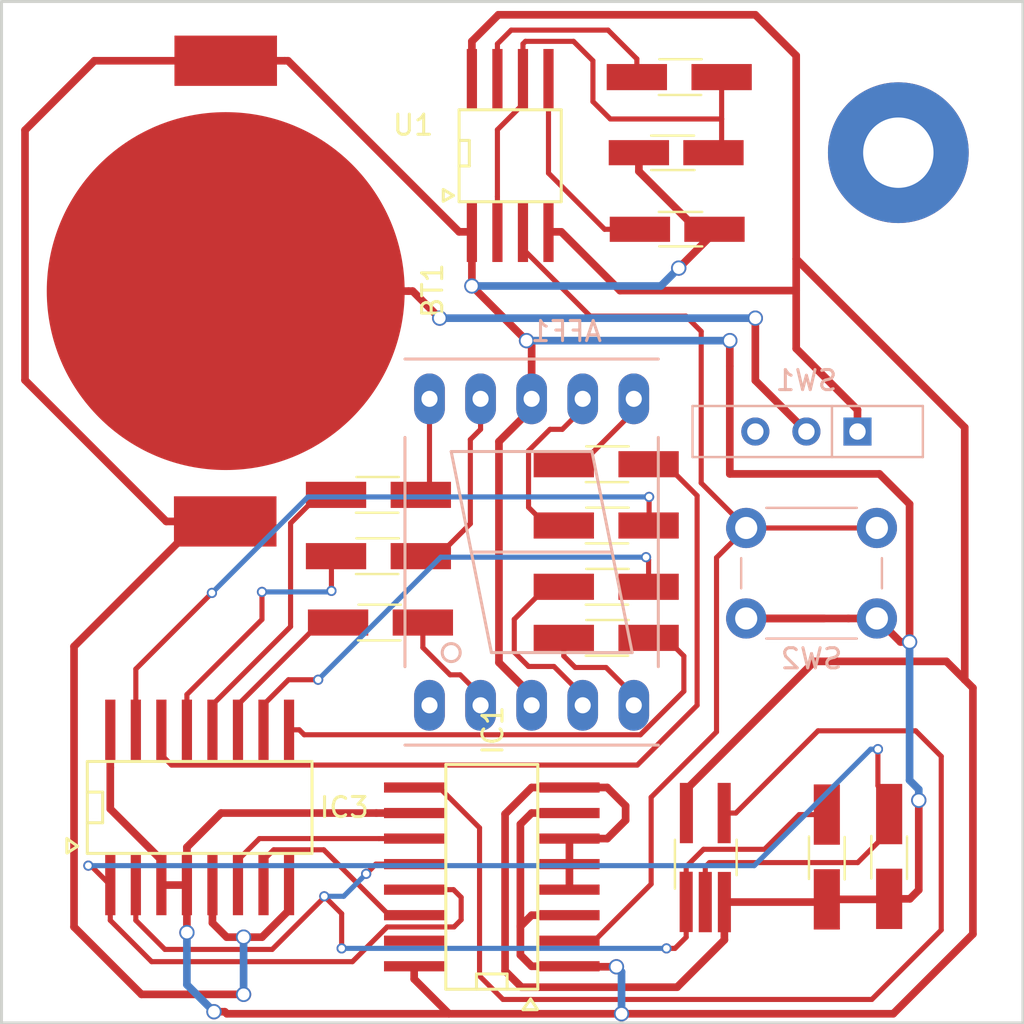
<source format=kicad_pcb>
(kicad_pcb (version 4) (host pcbnew 4.0.6-e0-6349~53~ubuntu16.04.1)

  (general
    (links 60)
    (no_connects 0)
    (area 13.082199 13.183799 64.032201 64.133801)
    (thickness 1.6)
    (drawings 4)
    (tracks 333)
    (zones 0)
    (modules 21)
    (nets 30)
  )

  (page A4)
  (layers
    (0 F.Cu signal)
    (31 B.Cu signal)
    (32 B.Adhes user)
    (33 F.Adhes user hide)
    (34 B.Paste user)
    (35 F.Paste user hide)
    (36 B.SilkS user)
    (37 F.SilkS user)
    (38 B.Mask user)
    (39 F.Mask user hide)
    (40 Dwgs.User user)
    (41 Cmts.User user)
    (42 Eco1.User user)
    (43 Eco2.User user)
    (44 Edge.Cuts user)
    (45 Margin user)
    (46 B.CrtYd user)
    (47 F.CrtYd user)
    (48 B.Fab user)
    (49 F.Fab user)
  )

  (setup
    (last_trace_width 0.254)
    (trace_clearance 0.0254)
    (zone_clearance 0.508)
    (zone_45_only no)
    (trace_min 0.254)
    (segment_width 0.2)
    (edge_width 0.15)
    (via_size 0.508)
    (via_drill 0.3302)
    (via_min_size 0.508)
    (via_min_drill 0.3302)
    (uvia_size 0.381)
    (uvia_drill 0.127)
    (uvias_allowed no)
    (uvia_min_size 0.381)
    (uvia_min_drill 0.127)
    (pcb_text_width 0.3)
    (pcb_text_size 1.5 1.5)
    (mod_edge_width 0.15)
    (mod_text_size 1 1)
    (mod_text_width 0.15)
    (pad_size 1.524 1.524)
    (pad_drill 0.762)
    (pad_to_mask_clearance 0.2)
    (aux_axis_origin 0 0)
    (grid_origin 124.968 13.716)
    (visible_elements FFFFFF7F)
    (pcbplotparams
      (layerselection 0x00020_00000001)
      (usegerberextensions false)
      (excludeedgelayer true)
      (linewidth 0.100000)
      (plotframeref false)
      (viasonmask false)
      (mode 1)
      (useauxorigin false)
      (hpglpennumber 1)
      (hpglpenspeed 20)
      (hpglpendiameter 15)
      (hpglpenoverlay 2)
      (psnegative false)
      (psa4output false)
      (plotreference true)
      (plotvalue true)
      (plotinvisibletext false)
      (padsonsilk false)
      (subtractmaskfromsilk false)
      (outputformat 4)
      (mirror true)
      (drillshape 0)
      (scaleselection 1)
      (outputdirectory gerber/))
  )

  (net 0 "")
  (net 1 "Net-(AFF1-Pad1)")
  (net 2 "Net-(AFF1-Pad2)")
  (net 3 GND)
  (net 4 "Net-(AFF1-Pad4)")
  (net 5 "Net-(AFF1-Pad5)")
  (net 6 "Net-(AFF1-Pad6)")
  (net 7 "Net-(AFF1-Pad7)")
  (net 8 "Net-(AFF1-Pad9)")
  (net 9 "Net-(AFF1-Pad10)")
  (net 10 "Net-(C1-Pad1)")
  (net 11 "Net-(C2-Pad1)")
  (net 12 VCC)
  (net 13 "Net-(IC1-Pad14)")
  (net 14 "Net-(IC1-Pad13)")
  (net 15 "Net-(IC1-Pad12)")
  (net 16 "Net-(IC1-Pad11)")
  (net 17 "Net-(IC1-Pad9)")
  (net 18 "Net-(IC1-Pad2)")
  (net 19 "Net-(IC1-Pad15)")
  (net 20 "Net-(IC3-Pad14)")
  (net 21 "Net-(IC3-Pad13)")
  (net 22 "Net-(IC3-Pad12)")
  (net 23 "Net-(IC3-Pad11)")
  (net 24 "Net-(IC3-Pad10)")
  (net 25 "Net-(IC3-Pad9)")
  (net 26 "Net-(IC3-Pad15)")
  (net 27 "Net-(R1-Pad1)")
  (net 28 "Net-(SW1-Pad3)")
  (net 29 BATT)

  (net_class Default "This is the default net class."
    (clearance 0.0254)
    (trace_width 0.254)
    (via_dia 0.508)
    (via_drill 0.3302)
    (uvia_dia 0.381)
    (uvia_drill 0.127)
    (add_net "Net-(AFF1-Pad1)")
    (add_net "Net-(AFF1-Pad10)")
    (add_net "Net-(AFF1-Pad2)")
    (add_net "Net-(AFF1-Pad4)")
    (add_net "Net-(AFF1-Pad5)")
    (add_net "Net-(AFF1-Pad6)")
    (add_net "Net-(AFF1-Pad7)")
    (add_net "Net-(AFF1-Pad9)")
    (add_net "Net-(C1-Pad1)")
    (add_net "Net-(C2-Pad1)")
    (add_net "Net-(IC1-Pad11)")
    (add_net "Net-(IC1-Pad12)")
    (add_net "Net-(IC1-Pad13)")
    (add_net "Net-(IC1-Pad14)")
    (add_net "Net-(IC1-Pad15)")
    (add_net "Net-(IC1-Pad2)")
    (add_net "Net-(IC1-Pad9)")
    (add_net "Net-(IC3-Pad10)")
    (add_net "Net-(IC3-Pad11)")
    (add_net "Net-(IC3-Pad12)")
    (add_net "Net-(IC3-Pad13)")
    (add_net "Net-(IC3-Pad14)")
    (add_net "Net-(IC3-Pad15)")
    (add_net "Net-(IC3-Pad9)")
    (add_net "Net-(R1-Pad1)")
    (add_net "Net-(SW1-Pad3)")
  )

  (net_class POWER ""
    (clearance 0.0762)
    (trace_width 0.381)
    (via_dia 0.762)
    (via_drill 0.5842)
    (uvia_dia 0.381)
    (uvia_drill 0.127)
    (add_net BATT)
    (add_net GND)
    (add_net VCC)
  )

  (module MyPersonalLibrary:SO-16-N-HandSoldering (layer F.Cu) (tedit 590B7668) (tstamp 590B758B)
    (at 37.5412 56.7944 90)
    (descr "Module CMS SOJ 16 pins large")
    (tags "CMS SOJ")
    (path /58F663D8)
    (attr smd)
    (fp_text reference IC1 (at 7.2898 0.0508 90) (layer F.SilkS)
      (effects (font (size 1 1) (thickness 0.15)))
    )
    (fp_text value CD74AC163 (at 0 1.27 90) (layer F.Fab) hide
      (effects (font (size 1 1) (thickness 0.15)))
    )
    (fp_line (start -6.0706 1.9304) (end -6.604 1.5494) (layer F.SilkS) (width 0.15))
    (fp_line (start -6.5786 2.2606) (end -6.0706 1.9304) (layer F.SilkS) (width 0.15))
    (fp_line (start -6.604 1.5494) (end -6.604 2.2606) (layer F.SilkS) (width 0.15))
    (fp_line (start -5.588 -0.762) (end -4.826 -0.762) (layer F.SilkS) (width 0.15))
    (fp_line (start -4.826 -0.762) (end -4.826 0.762) (layer F.SilkS) (width 0.15))
    (fp_line (start -4.826 0.762) (end -5.588 0.762) (layer F.SilkS) (width 0.15))
    (fp_line (start 5.588 -2.286) (end 5.588 2.286) (layer F.SilkS) (width 0.15))
    (fp_line (start 5.588 2.286) (end -5.588 2.286) (layer F.SilkS) (width 0.15))
    (fp_line (start -5.588 2.286) (end -5.588 -2.286) (layer F.SilkS) (width 0.15))
    (fp_line (start -5.588 -2.286) (end 5.588 -2.286) (layer F.SilkS) (width 0.15))
    (pad 16 smd rect (at -4.445 -3.8608 90) (size 0.508 3) (layers F.Cu F.Paste F.Mask)
      (net 12 VCC))
    (pad 14 smd rect (at -1.905 -3.8608 90) (size 0.508 3) (layers F.Cu F.Paste F.Mask)
      (net 13 "Net-(IC1-Pad14)"))
    (pad 13 smd rect (at -0.635 -3.8608 90) (size 0.508 3) (layers F.Cu F.Paste F.Mask)
      (net 14 "Net-(IC1-Pad13)"))
    (pad 12 smd rect (at 0.635 -3.8608 90) (size 0.508 3) (layers F.Cu F.Paste F.Mask)
      (net 15 "Net-(IC1-Pad12)"))
    (pad 11 smd rect (at 1.905 -3.8608 90) (size 0.508 3) (layers F.Cu F.Paste F.Mask)
      (net 16 "Net-(IC1-Pad11)"))
    (pad 10 smd rect (at 3.175 -3.8608 90) (size 0.508 3) (layers F.Cu F.Paste F.Mask)
      (net 12 VCC))
    (pad 9 smd rect (at 4.445 -3.8608 90) (size 0.508 3) (layers F.Cu F.Paste F.Mask)
      (net 17 "Net-(IC1-Pad9)"))
    (pad 8 smd rect (at 4.445 3.8608 90) (size 0.508 3) (layers F.Cu F.Paste F.Mask)
      (net 3 GND))
    (pad 7 smd rect (at 3.175 3.8608 90) (size 0.508 3) (layers F.Cu F.Paste F.Mask)
      (net 12 VCC))
    (pad 6 smd rect (at 1.905 3.8608 90) (size 0.508 3) (layers F.Cu F.Paste F.Mask)
      (net 3 GND))
    (pad 5 smd rect (at 0.635 3.8608 90) (size 0.508 3) (layers F.Cu F.Paste F.Mask)
      (net 3 GND))
    (pad 4 smd rect (at -0.635 3.8608 90) (size 0.508 3) (layers F.Cu F.Paste F.Mask)
      (net 3 GND))
    (pad 3 smd rect (at -1.905 3.8608 90) (size 0.508 3) (layers F.Cu F.Paste F.Mask)
      (net 12 VCC))
    (pad 2 smd rect (at -3.175 3.8608 90) (size 0.508 3) (layers F.Cu F.Paste F.Mask)
      (net 18 "Net-(IC1-Pad2)"))
    (pad 1 smd rect (at -4.445 3.8608 90) (size 0.508 3) (layers F.Cu F.Paste F.Mask)
      (net 12 VCC))
    (pad 15 smd rect (at -3.175 -3.8608 90) (size 0.508 3) (layers F.Cu F.Paste F.Mask)
      (net 19 "Net-(IC1-Pad15)"))
    (model SMD_Packages.3dshapes/SO-16-N.wrl
      (at (xyz 0 0 0))
      (scale (xyz 0.5 0.4 0.5))
      (rotate (xyz 0 0 0))
    )
  )

  (module Displays_7-Segment:7SegmentLED_LTS6760_LTS6780 (layer B.Cu) (tedit 0) (tstamp 590B7544)
    (at 39.5224 40.64 180)
    (path /58F664F5)
    (fp_text reference AFF1 (at -1.7272 10.9728 180) (layer B.SilkS)
      (effects (font (size 1 1) (thickness 0.15)) (justify mirror))
    )
    (fp_text value LTS-6980HR (at -0.4 -12 180) (layer B.Fab)
      (effects (font (size 1 1) (thickness 0.15)) (justify mirror))
    )
    (fp_circle (center 4 -5) (end 4.4 -5.2) (layer B.SilkS) (width 0.15))
    (fp_line (start -3 5) (end -4 0) (layer B.SilkS) (width 0.15))
    (fp_line (start -4 0) (end -5 -5) (layer B.SilkS) (width 0.15))
    (fp_line (start -5 -5) (end 2 -5) (layer B.SilkS) (width 0.15))
    (fp_line (start 2 -5) (end 3 0) (layer B.SilkS) (width 0.15))
    (fp_line (start 4 5) (end 3 0) (layer B.SilkS) (width 0.15))
    (fp_line (start 3 0) (end -4 0) (layer B.SilkS) (width 0.15))
    (fp_line (start -3 5) (end 4 5) (layer B.SilkS) (width 0.15))
    (fp_line (start 6.3 -9.6) (end -6.3 -9.6) (layer B.SilkS) (width 0.15))
    (fp_line (start -6.3 5.7) (end -6.3 -5.7) (layer B.SilkS) (width 0.15))
    (fp_line (start 6.3 5.7) (end 6.3 -5.7) (layer B.SilkS) (width 0.15))
    (fp_line (start -6.3 9.6) (end 6.3 9.6) (layer B.SilkS) (width 0.15))
    (pad 1 thru_hole oval (at -5.08 -7.62 180) (size 1.524 2.524) (drill 0.8) (layers *.Cu *.Mask)
      (net 1 "Net-(AFF1-Pad1)"))
    (pad 2 thru_hole oval (at -2.54 -7.62 180) (size 1.524 2.524) (drill 0.8) (layers *.Cu *.Mask)
      (net 2 "Net-(AFF1-Pad2)"))
    (pad 3 thru_hole oval (at 0 -7.62 180) (size 1.524 2.524) (drill 0.8) (layers *.Cu *.Mask)
      (net 3 GND))
    (pad 4 thru_hole oval (at 2.54 -7.62 180) (size 1.524 2.524) (drill 0.8) (layers *.Cu *.Mask)
      (net 4 "Net-(AFF1-Pad4)"))
    (pad 5 thru_hole oval (at 5.08 -7.62 180) (size 1.524 2.524) (drill 0.8) (layers *.Cu *.Mask)
      (net 5 "Net-(AFF1-Pad5)"))
    (pad 6 thru_hole oval (at 5.08 7.62 180) (size 1.524 2.524) (drill 0.8) (layers *.Cu *.Mask)
      (net 6 "Net-(AFF1-Pad6)"))
    (pad 7 thru_hole oval (at 2.54 7.62 180) (size 1.524 2.524) (drill 0.8) (layers *.Cu *.Mask)
      (net 7 "Net-(AFF1-Pad7)"))
    (pad 8 thru_hole oval (at 0 7.62 180) (size 1.524 2.524) (drill 0.8) (layers *.Cu *.Mask)
      (net 3 GND))
    (pad 9 thru_hole oval (at -2.54 7.62 180) (size 1.524 2.524) (drill 0.8) (layers *.Cu *.Mask)
      (net 8 "Net-(AFF1-Pad9)"))
    (pad 10 thru_hole oval (at -5.08 7.62 180) (size 1.524 2.524) (drill 0.8) (layers *.Cu *.Mask)
      (net 9 "Net-(AFF1-Pad10)"))
    (model Displays_7-Segment.3dshapes/7SegmentLED_LTS6760_LTS6780.wrl
      (at (xyz 0 0 0))
      (scale (xyz 0.3937 0.3937 0.3937))
      (rotate (xyz 0 0 0))
    )
  )

  (module MyPersonalLibrary:BAT-HLDR-CR2032 (layer F.Cu) (tedit 590764BA) (tstamp 590B754B)
    (at 24.3078 27.6606 90)
    (path /59073028)
    (fp_text reference BT1 (at 0.0254 10.287 90) (layer F.SilkS)
      (effects (font (size 1 1) (thickness 0.15)))
    )
    (fp_text value Battery_Cell (at -0.1524 -9.5504 90) (layer F.Fab)
      (effects (font (size 1 1) (thickness 0.15)))
    )
    (pad 1 smd circle (at 0 0 90) (size 17.8 17.8) (layers F.Cu F.Paste F.Mask)
      (net 29 BATT))
    (pad 2 smd rect (at 11.4554 0 90) (size 2.5 5.1) (layers F.Cu F.Paste F.Mask)
      (net 3 GND))
    (pad 2 smd rect (at -11.4554 -0.0254 90) (size 2.5 5.1) (layers F.Cu F.Paste F.Mask)
      (net 3 GND))
  )

  (module MyPersonalLibrary:C_0805_HandSoldering (layer F.Cu) (tedit 590B7649) (tstamp 590B755C)
    (at 46.8884 24.5872)
    (descr "Capacitor SMD 0805, hand soldering")
    (tags "capacitor 0805")
    (path /5906F4E6)
    (attr smd)
    (fp_text reference C1 (at 0 -1.75) (layer F.SilkS) hide
      (effects (font (size 1 1) (thickness 0.15)))
    )
    (fp_text value 47pF (at 0 1.75) (layer F.Fab) hide
      (effects (font (size 1 1) (thickness 0.15)))
    )
    (fp_text user %R (at 0 -1.75) (layer F.Fab) hide
      (effects (font (size 1 1) (thickness 0.15)))
    )
    (fp_line (start -1 0.62) (end -1 -0.62) (layer F.Fab) (width 0.1))
    (fp_line (start 1 0.62) (end -1 0.62) (layer F.Fab) (width 0.1))
    (fp_line (start 1 -0.62) (end 1 0.62) (layer F.Fab) (width 0.1))
    (fp_line (start -1 -0.62) (end 1 -0.62) (layer F.Fab) (width 0.1))
    (fp_line (start 1.1176 -0.8636) (end -1.0414 -0.8636) (layer F.SilkS) (width 0.12))
    (fp_line (start -1.016 0.85) (end 1.1176 0.85) (layer F.SilkS) (width 0.12))
    (fp_line (start -3.556 -0.88) (end 3.3274 -0.88) (layer F.CrtYd) (width 0.05))
    (fp_line (start -3.556 -0.8864) (end -3.556 0.8636) (layer F.CrtYd) (width 0.05))
    (fp_line (start 3.3274 0.861) (end 3.3274 -0.889) (layer F.CrtYd) (width 0.05))
    (fp_line (start 3.2766 0.8382) (end -3.556 0.8382) (layer F.CrtYd) (width 0.05))
    (pad 1 smd rect (at -1.9812 0) (size 3 1.25) (layers F.Cu F.Paste F.Mask)
      (net 10 "Net-(C1-Pad1)"))
    (pad 2 smd rect (at 1.7272 0) (size 3 1.25) (layers F.Cu F.Paste F.Mask)
      (net 3 GND))
    (model Capacitors_SMD.3dshapes/C_0805.wrl
      (at (xyz 0 0 0))
      (scale (xyz 1 1 1))
      (rotate (xyz 0 0 0))
    )
  )

  (module MyPersonalLibrary:C_0805_HandSoldering (layer F.Cu) (tedit 590B761C) (tstamp 590B756D)
    (at 46.5836 20.7772 180)
    (descr "Capacitor SMD 0805, hand soldering")
    (tags "capacitor 0805")
    (path /5906F793)
    (attr smd)
    (fp_text reference C2 (at 0 -1.75 180) (layer F.SilkS) hide
      (effects (font (size 1 1) (thickness 0.15)))
    )
    (fp_text value 150pF (at 0 1.75 180) (layer F.Fab) hide
      (effects (font (size 1 1) (thickness 0.15)))
    )
    (fp_text user %R (at 0 -1.75 180) (layer F.Fab) hide
      (effects (font (size 1 1) (thickness 0.15)))
    )
    (fp_line (start -1 0.62) (end -1 -0.62) (layer F.Fab) (width 0.1))
    (fp_line (start 1 0.62) (end -1 0.62) (layer F.Fab) (width 0.1))
    (fp_line (start 1 -0.62) (end 1 0.62) (layer F.Fab) (width 0.1))
    (fp_line (start -1 -0.62) (end 1 -0.62) (layer F.Fab) (width 0.1))
    (fp_line (start 1.1176 -0.8636) (end -1.0414 -0.8636) (layer F.SilkS) (width 0.12))
    (fp_line (start -1.016 0.85) (end 1.1176 0.85) (layer F.SilkS) (width 0.12))
    (fp_line (start -3.556 -0.88) (end 3.3274 -0.88) (layer F.CrtYd) (width 0.05))
    (fp_line (start -3.556 -0.8864) (end -3.556 0.8636) (layer F.CrtYd) (width 0.05))
    (fp_line (start 3.3274 0.861) (end 3.3274 -0.889) (layer F.CrtYd) (width 0.05))
    (fp_line (start 3.2766 0.8382) (end -3.556 0.8382) (layer F.CrtYd) (width 0.05))
    (pad 1 smd rect (at -1.9812 0 180) (size 3 1.25) (layers F.Cu F.Paste F.Mask)
      (net 11 "Net-(C2-Pad1)"))
    (pad 2 smd rect (at 1.7272 0 180) (size 3 1.25) (layers F.Cu F.Paste F.Mask)
      (net 3 GND))
    (model Capacitors_SMD.3dshapes/C_0805.wrl
      (at (xyz 0 0 0))
      (scale (xyz 1 1 1))
      (rotate (xyz 0 0 0))
    )
  )

  (module MyPersonalLibrary:TSOT-23-5_HandSoldering (layer F.Cu) (tedit 590B74E8) (tstamp 590B75A0)
    (at 48.1584 55.8292 90)
    (descr "5-pin TSOT23 package, http://cds.linear.com/docs/en/packaging/SOT_5_05-08-1635.pdf")
    (tags "TSOT-23-5 Hand-soldering")
    (path /590701B9)
    (attr smd)
    (fp_text reference IC2 (at 0 -2.45 90) (layer F.SilkS) hide
      (effects (font (size 1 1) (thickness 0.15)))
    )
    (fp_text value 74AHC1G00 (at 0 2.5 90) (layer F.Fab) hide
      (effects (font (size 1 1) (thickness 0.15)))
    )
    (fp_text user %R (at 0 0 90) (layer F.Fab)
      (effects (font (size 0.5 0.5) (thickness 0.075)))
    )
    (fp_line (start -0.88 1.56) (end 0.88 1.56) (layer F.SilkS) (width 0.12))
    (fp_line (start 0.88 -1.51) (end -1.55 -1.51) (layer F.SilkS) (width 0.12))
    (fp_line (start -0.88 -1) (end -0.43 -1.45) (layer F.Fab) (width 0.1))
    (fp_line (start 0.88 -1.45) (end -0.43 -1.45) (layer F.Fab) (width 0.1))
    (fp_line (start -0.88 -1) (end -0.88 1.45) (layer F.Fab) (width 0.1))
    (fp_line (start 0.88 1.45) (end -0.88 1.45) (layer F.Fab) (width 0.1))
    (fp_line (start 0.88 -1.45) (end 0.88 1.45) (layer F.Fab) (width 0.1))
    (fp_line (start -2.96 -1.7) (end 2.96 -1.7) (layer F.CrtYd) (width 0.05))
    (fp_line (start -2.96 -1.7) (end -2.96 1.7) (layer F.CrtYd) (width 0.05))
    (fp_line (start 2.96 1.7) (end 2.96 -1.7) (layer F.CrtYd) (width 0.05))
    (fp_line (start 2.96 1.7) (end -2.96 1.7) (layer F.CrtYd) (width 0.05))
    (pad 1 smd rect (at -2.2098 -0.95 90) (size 3 0.65) (layers F.Cu F.Paste F.Mask)
      (net 15 "Net-(IC1-Pad12)"))
    (pad 2 smd rect (at -2.218 0 90) (size 3 0.65) (layers F.Cu F.Paste F.Mask)
      (net 14 "Net-(IC1-Pad13)"))
    (pad 3 smd rect (at -2.218 0.95 90) (size 3 0.65) (layers F.Cu F.Paste F.Mask)
      (net 3 GND))
    (pad 4 smd rect (at 2.2098 0.9398 90) (size 3 0.65) (layers F.Cu F.Paste F.Mask)
      (net 17 "Net-(IC1-Pad9)"))
    (pad 5 smd rect (at 2.2098 -0.9398 90) (size 3 0.65) (layers F.Cu F.Paste F.Mask)
      (net 12 VCC))
    (model ${KISYS3DMOD}/TO_SOT_Packages_SMD.3dshapes/TSOT-23-5.wrl
      (at (xyz 0 0 0))
      (scale (xyz 1 1 1))
      (rotate (xyz 0 0 0))
    )
  )

  (module MyPersonalLibrary:SO-16-N-HandSoldering (layer F.Cu) (tedit 5907245C) (tstamp 590B75BE)
    (at 23.0124 53.34)
    (descr "Module CMS SOJ 16 pins large")
    (tags "CMS SOJ")
    (path /58F6649A)
    (attr smd)
    (fp_text reference IC3 (at 7.1882 0) (layer F.SilkS)
      (effects (font (size 1 1) (thickness 0.15)))
    )
    (fp_text value 4511D (at 0 1.27) (layer F.Fab)
      (effects (font (size 1 1) (thickness 0.15)))
    )
    (fp_line (start -6.0706 1.9304) (end -6.604 1.5494) (layer F.SilkS) (width 0.15))
    (fp_line (start -6.5786 2.2606) (end -6.0706 1.9304) (layer F.SilkS) (width 0.15))
    (fp_line (start -6.604 1.5494) (end -6.604 2.2606) (layer F.SilkS) (width 0.15))
    (fp_line (start -5.588 -0.762) (end -4.826 -0.762) (layer F.SilkS) (width 0.15))
    (fp_line (start -4.826 -0.762) (end -4.826 0.762) (layer F.SilkS) (width 0.15))
    (fp_line (start -4.826 0.762) (end -5.588 0.762) (layer F.SilkS) (width 0.15))
    (fp_line (start 5.588 -2.286) (end 5.588 2.286) (layer F.SilkS) (width 0.15))
    (fp_line (start 5.588 2.286) (end -5.588 2.286) (layer F.SilkS) (width 0.15))
    (fp_line (start -5.588 2.286) (end -5.588 -2.286) (layer F.SilkS) (width 0.15))
    (fp_line (start -5.588 -2.286) (end 5.588 -2.286) (layer F.SilkS) (width 0.15))
    (pad 16 smd rect (at -4.445 -3.8608) (size 0.508 3) (layers F.Cu F.Paste F.Mask)
      (net 12 VCC))
    (pad 14 smd rect (at -1.905 -3.8608) (size 0.508 3) (layers F.Cu F.Paste F.Mask)
      (net 20 "Net-(IC3-Pad14)"))
    (pad 13 smd rect (at -0.635 -3.8608) (size 0.508 3) (layers F.Cu F.Paste F.Mask)
      (net 21 "Net-(IC3-Pad13)"))
    (pad 12 smd rect (at 0.635 -3.8608) (size 0.508 3) (layers F.Cu F.Paste F.Mask)
      (net 22 "Net-(IC3-Pad12)"))
    (pad 11 smd rect (at 1.905 -3.8608) (size 0.508 3) (layers F.Cu F.Paste F.Mask)
      (net 23 "Net-(IC3-Pad11)"))
    (pad 10 smd rect (at 3.175 -3.8608) (size 0.508 3) (layers F.Cu F.Paste F.Mask)
      (net 24 "Net-(IC3-Pad10)"))
    (pad 9 smd rect (at 4.445 -3.8608) (size 0.508 3) (layers F.Cu F.Paste F.Mask)
      (net 25 "Net-(IC3-Pad9)"))
    (pad 8 smd rect (at 4.445 3.8608) (size 0.508 3) (layers F.Cu F.Paste F.Mask)
      (net 3 GND))
    (pad 7 smd rect (at 3.175 3.8608) (size 0.508 3) (layers F.Cu F.Paste F.Mask)
      (net 13 "Net-(IC1-Pad14)"))
    (pad 6 smd rect (at 1.905 3.8608) (size 0.508 3) (layers F.Cu F.Paste F.Mask)
      (net 16 "Net-(IC1-Pad11)"))
    (pad 5 smd rect (at 0.635 3.8608) (size 0.508 3) (layers F.Cu F.Paste F.Mask)
      (net 3 GND))
    (pad 4 smd rect (at -0.635 3.8608) (size 0.508 3) (layers F.Cu F.Paste F.Mask)
      (net 12 VCC))
    (pad 3 smd rect (at -1.905 3.8608) (size 0.508 3) (layers F.Cu F.Paste F.Mask)
      (net 12 VCC))
    (pad 2 smd rect (at -3.175 3.8608) (size 0.508 3) (layers F.Cu F.Paste F.Mask)
      (net 15 "Net-(IC1-Pad12)"))
    (pad 1 smd rect (at -4.445 3.8608) (size 0.508 3) (layers F.Cu F.Paste F.Mask)
      (net 14 "Net-(IC1-Pad13)"))
    (pad 15 smd rect (at -3.175 -3.8608) (size 0.508 3) (layers F.Cu F.Paste F.Mask)
      (net 26 "Net-(IC3-Pad15)"))
    (model SMD_Packages.3dshapes/SO-16-N.wrl
      (at (xyz 0 0 0))
      (scale (xyz 0.5 0.4 0.5))
      (rotate (xyz 0 0 0))
    )
  )

  (module MyPersonalLibrary:R_0805_HandSoldering (layer F.Cu) (tedit 590B7614) (tstamp 590B75CF)
    (at 46.863 17.018)
    (descr "Resistor SMD 0805, hand soldering")
    (tags "resistor 0805")
    (path /5906F8E8)
    (attr smd)
    (fp_text reference R1 (at 0 -1.6002) (layer F.SilkS) hide
      (effects (font (size 1 1) (thickness 0.15)))
    )
    (fp_text value 26k (at 0 1.75) (layer F.Fab) hide
      (effects (font (size 1 1) (thickness 0.15)))
    )
    (fp_text user %R (at 0 0) (layer F.Fab)
      (effects (font (size 0.5 0.5) (thickness 0.075)))
    )
    (fp_line (start -1 0.62) (end -1 -0.62) (layer F.Fab) (width 0.1))
    (fp_line (start 1 0.62) (end -1 0.62) (layer F.Fab) (width 0.1))
    (fp_line (start 1 -0.62) (end 1 0.62) (layer F.Fab) (width 0.1))
    (fp_line (start -1 -0.62) (end 1 -0.62) (layer F.Fab) (width 0.1))
    (fp_line (start 1.0922 0.889) (end -1.016 0.889) (layer F.SilkS) (width 0.12))
    (fp_line (start -0.9906 -0.889) (end 1.1176 -0.889) (layer F.SilkS) (width 0.12))
    (fp_line (start -3.683 -0.9144) (end 3.683 -0.9144) (layer F.CrtYd) (width 0.05))
    (fp_line (start -3.683 -0.9144) (end -3.683 0.8856) (layer F.CrtYd) (width 0.05))
    (fp_line (start 3.683 0.8856) (end 3.683 -0.9144) (layer F.CrtYd) (width 0.05))
    (fp_line (start 3.683 0.889) (end -3.683 0.889) (layer F.CrtYd) (width 0.05))
    (pad 1 smd rect (at -2.1082 0) (size 3 1.3) (layers F.Cu F.Paste F.Mask)
      (net 27 "Net-(R1-Pad1)"))
    (pad 2 smd rect (at 2.1082 0) (size 3 1.3) (layers F.Cu F.Paste F.Mask)
      (net 11 "Net-(C2-Pad1)"))
    (model ${KISYS3DMOD}/Resistors_SMD.3dshapes/R_0805.wrl
      (at (xyz 0 0 0))
      (scale (xyz 1 1 1))
      (rotate (xyz 0 0 0))
    )
  )

  (module MyPersonalLibrary:R_0805_HandSoldering (layer F.Cu) (tedit 590B7664) (tstamp 590B75E0)
    (at 57.3024 55.7784 270)
    (descr "Resistor SMD 0805, hand soldering")
    (tags "resistor 0805")
    (path /58F6688C)
    (attr smd)
    (fp_text reference R2 (at 0 -1.6002 270) (layer F.SilkS) hide
      (effects (font (size 1 1) (thickness 0.15)))
    )
    (fp_text value R (at 0 1.75 270) (layer F.Fab) hide
      (effects (font (size 1 1) (thickness 0.15)))
    )
    (fp_text user %R (at 0 0 270) (layer F.Fab)
      (effects (font (size 0.5 0.5) (thickness 0.075)))
    )
    (fp_line (start -1 0.62) (end -1 -0.62) (layer F.Fab) (width 0.1))
    (fp_line (start 1 0.62) (end -1 0.62) (layer F.Fab) (width 0.1))
    (fp_line (start 1 -0.62) (end 1 0.62) (layer F.Fab) (width 0.1))
    (fp_line (start -1 -0.62) (end 1 -0.62) (layer F.Fab) (width 0.1))
    (fp_line (start 1.0922 0.889) (end -1.016 0.889) (layer F.SilkS) (width 0.12))
    (fp_line (start -0.9906 -0.889) (end 1.1176 -0.889) (layer F.SilkS) (width 0.12))
    (fp_line (start -3.683 -0.9144) (end 3.683 -0.9144) (layer F.CrtYd) (width 0.05))
    (fp_line (start -3.683 -0.9144) (end -3.683 0.8856) (layer F.CrtYd) (width 0.05))
    (fp_line (start 3.683 0.8856) (end 3.683 -0.9144) (layer F.CrtYd) (width 0.05))
    (fp_line (start 3.683 0.889) (end -3.683 0.889) (layer F.CrtYd) (width 0.05))
    (pad 1 smd rect (at -2.1082 0 270) (size 3 1.3) (layers F.Cu F.Paste F.Mask)
      (net 14 "Net-(IC1-Pad13)"))
    (pad 2 smd rect (at 2.1082 0 270) (size 3 1.3) (layers F.Cu F.Paste F.Mask)
      (net 3 GND))
    (model ${KISYS3DMOD}/Resistors_SMD.3dshapes/R_0805.wrl
      (at (xyz 0 0 0))
      (scale (xyz 1 1 1))
      (rotate (xyz 0 0 0))
    )
  )

  (module MyPersonalLibrary:R_0805_HandSoldering (layer F.Cu) (tedit 590B7730) (tstamp 590B75F1)
    (at 54.2036 55.8038 270)
    (descr "Resistor SMD 0805, hand soldering")
    (tags "resistor 0805")
    (path /58F667CD)
    (attr smd)
    (fp_text reference R3 (at 0 -1.6002 270) (layer F.SilkS) hide
      (effects (font (size 1 1) (thickness 0.15)))
    )
    (fp_text value R (at 0 1.75 270) (layer F.Fab) hide
      (effects (font (size 1 1) (thickness 0.15)))
    )
    (fp_text user %R (at 0 0 270) (layer F.Fab)
      (effects (font (size 0.5 0.5) (thickness 0.075)))
    )
    (fp_line (start -1 0.62) (end -1 -0.62) (layer F.Fab) (width 0.1))
    (fp_line (start 1 0.62) (end -1 0.62) (layer F.Fab) (width 0.1))
    (fp_line (start 1 -0.62) (end 1 0.62) (layer F.Fab) (width 0.1))
    (fp_line (start -1 -0.62) (end 1 -0.62) (layer F.Fab) (width 0.1))
    (fp_line (start 1.0922 0.889) (end -1.016 0.889) (layer F.SilkS) (width 0.12))
    (fp_line (start -0.9906 -0.889) (end 1.1176 -0.889) (layer F.SilkS) (width 0.12))
    (fp_line (start -3.683 -0.9144) (end 3.683 -0.9144) (layer F.CrtYd) (width 0.05))
    (fp_line (start -3.683 -0.9144) (end -3.683 0.8856) (layer F.CrtYd) (width 0.05))
    (fp_line (start 3.683 0.8856) (end 3.683 -0.9144) (layer F.CrtYd) (width 0.05))
    (fp_line (start 3.683 0.889) (end -3.683 0.889) (layer F.CrtYd) (width 0.05))
    (pad 1 smd rect (at -2.1082 0 270) (size 3 1.3) (layers F.Cu F.Paste F.Mask)
      (net 15 "Net-(IC1-Pad12)"))
    (pad 2 smd rect (at 2.1082 0 270) (size 3 1.3) (layers F.Cu F.Paste F.Mask)
      (net 3 GND))
    (model ${KISYS3DMOD}/Resistors_SMD.3dshapes/R_0805.wrl
      (at (xyz 0 0 0))
      (scale (xyz 1 1 1))
      (rotate (xyz 0 0 0))
    )
  )

  (module MyPersonalLibrary:R_0805_HandSoldering (layer F.Cu) (tedit 590B76A8) (tstamp 590B7602)
    (at 31.9024 40.8432 180)
    (descr "Resistor SMD 0805, hand soldering")
    (tags "resistor 0805")
    (path /58F66DC1)
    (attr smd)
    (fp_text reference R4 (at 5.08 0 180) (layer F.SilkS) hide
      (effects (font (size 1 1) (thickness 0.15)))
    )
    (fp_text value 220R (at 0 1.75 180) (layer F.Fab) hide
      (effects (font (size 1 1) (thickness 0.15)))
    )
    (fp_text user %R (at 0 0 180) (layer F.Fab)
      (effects (font (size 0.5 0.5) (thickness 0.075)))
    )
    (fp_line (start -1 0.62) (end -1 -0.62) (layer F.Fab) (width 0.1))
    (fp_line (start 1 0.62) (end -1 0.62) (layer F.Fab) (width 0.1))
    (fp_line (start 1 -0.62) (end 1 0.62) (layer F.Fab) (width 0.1))
    (fp_line (start -1 -0.62) (end 1 -0.62) (layer F.Fab) (width 0.1))
    (fp_line (start 1.0922 0.889) (end -1.016 0.889) (layer F.SilkS) (width 0.12))
    (fp_line (start -0.9906 -0.889) (end 1.1176 -0.889) (layer F.SilkS) (width 0.12))
    (fp_line (start -3.683 -0.9144) (end 3.683 -0.9144) (layer F.CrtYd) (width 0.05))
    (fp_line (start -3.683 -0.9144) (end -3.683 0.8856) (layer F.CrtYd) (width 0.05))
    (fp_line (start 3.683 0.8856) (end 3.683 -0.9144) (layer F.CrtYd) (width 0.05))
    (fp_line (start 3.683 0.889) (end -3.683 0.889) (layer F.CrtYd) (width 0.05))
    (pad 1 smd rect (at -2.1082 0 180) (size 3 1.3) (layers F.Cu F.Paste F.Mask)
      (net 7 "Net-(AFF1-Pad7)"))
    (pad 2 smd rect (at 2.1082 0 180) (size 3 1.3) (layers F.Cu F.Paste F.Mask)
      (net 21 "Net-(IC3-Pad13)"))
    (model ${KISYS3DMOD}/Resistors_SMD.3dshapes/R_0805.wrl
      (at (xyz 0 0 0))
      (scale (xyz 1 1 1))
      (rotate (xyz 0 0 0))
    )
  )

  (module MyPersonalLibrary:R_0805_HandSoldering (layer F.Cu) (tedit 590B76AB) (tstamp 590B7613)
    (at 31.9024 37.7952 180)
    (descr "Resistor SMD 0805, hand soldering")
    (tags "resistor 0805")
    (path /58F66E6D)
    (attr smd)
    (fp_text reference R5 (at 5.08 0 180) (layer F.SilkS) hide
      (effects (font (size 1 1) (thickness 0.15)))
    )
    (fp_text value 220R (at 0 1.75 180) (layer F.Fab) hide
      (effects (font (size 1 1) (thickness 0.15)))
    )
    (fp_text user %R (at 0 0 180) (layer F.Fab)
      (effects (font (size 0.5 0.5) (thickness 0.075)))
    )
    (fp_line (start -1 0.62) (end -1 -0.62) (layer F.Fab) (width 0.1))
    (fp_line (start 1 0.62) (end -1 0.62) (layer F.Fab) (width 0.1))
    (fp_line (start 1 -0.62) (end 1 0.62) (layer F.Fab) (width 0.1))
    (fp_line (start -1 -0.62) (end 1 -0.62) (layer F.Fab) (width 0.1))
    (fp_line (start 1.0922 0.889) (end -1.016 0.889) (layer F.SilkS) (width 0.12))
    (fp_line (start -0.9906 -0.889) (end 1.1176 -0.889) (layer F.SilkS) (width 0.12))
    (fp_line (start -3.683 -0.9144) (end 3.683 -0.9144) (layer F.CrtYd) (width 0.05))
    (fp_line (start -3.683 -0.9144) (end -3.683 0.8856) (layer F.CrtYd) (width 0.05))
    (fp_line (start 3.683 0.8856) (end 3.683 -0.9144) (layer F.CrtYd) (width 0.05))
    (fp_line (start 3.683 0.889) (end -3.683 0.889) (layer F.CrtYd) (width 0.05))
    (pad 1 smd rect (at -2.1082 0 180) (size 3 1.3) (layers F.Cu F.Paste F.Mask)
      (net 6 "Net-(AFF1-Pad6)"))
    (pad 2 smd rect (at 2.1082 0 180) (size 3 1.3) (layers F.Cu F.Paste F.Mask)
      (net 22 "Net-(IC3-Pad12)"))
    (model ${KISYS3DMOD}/Resistors_SMD.3dshapes/R_0805.wrl
      (at (xyz 0 0 0))
      (scale (xyz 1 1 1))
      (rotate (xyz 0 0 0))
    )
  )

  (module MyPersonalLibrary:R_0805_HandSoldering (layer F.Cu) (tedit 590B76A4) (tstamp 590B7624)
    (at 32.004 44.1452 180)
    (descr "Resistor SMD 0805, hand soldering")
    (tags "resistor 0805")
    (path /58F66EA6)
    (attr smd)
    (fp_text reference R6 (at 5.1308 0 180) (layer F.SilkS) hide
      (effects (font (size 1 1) (thickness 0.15)))
    )
    (fp_text value 220R (at 0 1.75 180) (layer F.Fab) hide
      (effects (font (size 1 1) (thickness 0.15)))
    )
    (fp_text user %R (at 0 0 180) (layer F.Fab)
      (effects (font (size 0.5 0.5) (thickness 0.075)))
    )
    (fp_line (start -1 0.62) (end -1 -0.62) (layer F.Fab) (width 0.1))
    (fp_line (start 1 0.62) (end -1 0.62) (layer F.Fab) (width 0.1))
    (fp_line (start 1 -0.62) (end 1 0.62) (layer F.Fab) (width 0.1))
    (fp_line (start -1 -0.62) (end 1 -0.62) (layer F.Fab) (width 0.1))
    (fp_line (start 1.0922 0.889) (end -1.016 0.889) (layer F.SilkS) (width 0.12))
    (fp_line (start -0.9906 -0.889) (end 1.1176 -0.889) (layer F.SilkS) (width 0.12))
    (fp_line (start -3.683 -0.9144) (end 3.683 -0.9144) (layer F.CrtYd) (width 0.05))
    (fp_line (start -3.683 -0.9144) (end -3.683 0.8856) (layer F.CrtYd) (width 0.05))
    (fp_line (start 3.683 0.8856) (end 3.683 -0.9144) (layer F.CrtYd) (width 0.05))
    (fp_line (start 3.683 0.889) (end -3.683 0.889) (layer F.CrtYd) (width 0.05))
    (pad 1 smd rect (at -2.1082 0 180) (size 3 1.3) (layers F.Cu F.Paste F.Mask)
      (net 4 "Net-(AFF1-Pad4)"))
    (pad 2 smd rect (at 2.1082 0 180) (size 3 1.3) (layers F.Cu F.Paste F.Mask)
      (net 23 "Net-(IC3-Pad11)"))
    (model ${KISYS3DMOD}/Resistors_SMD.3dshapes/R_0805.wrl
      (at (xyz 0 0 0))
      (scale (xyz 1 1 1))
      (rotate (xyz 0 0 0))
    )
  )

  (module MyPersonalLibrary:R_0805_HandSoldering (layer F.Cu) (tedit 590B74DD) (tstamp 590B7635)
    (at 43.2308 42.3672)
    (descr "Resistor SMD 0805, hand soldering")
    (tags "resistor 0805")
    (path /58F66EDE)
    (attr smd)
    (fp_text reference R7 (at 5.3848 0) (layer F.SilkS) hide
      (effects (font (size 1 1) (thickness 0.15)))
    )
    (fp_text value 220R (at 0 1.75) (layer F.Fab) hide
      (effects (font (size 1 1) (thickness 0.15)))
    )
    (fp_text user %R (at -3.2004 -1.3716) (layer F.Fab)
      (effects (font (size 0.5 0.5) (thickness 0.075)))
    )
    (fp_line (start -1 0.62) (end -1 -0.62) (layer F.Fab) (width 0.1))
    (fp_line (start 1 0.62) (end -1 0.62) (layer F.Fab) (width 0.1))
    (fp_line (start 1 -0.62) (end 1 0.62) (layer F.Fab) (width 0.1))
    (fp_line (start -1 -0.62) (end 1 -0.62) (layer F.Fab) (width 0.1))
    (fp_line (start 1.0922 0.889) (end -1.016 0.889) (layer F.SilkS) (width 0.12))
    (fp_line (start -0.9906 -0.889) (end 1.1176 -0.889) (layer F.SilkS) (width 0.12))
    (fp_line (start -3.683 -0.9144) (end 3.683 -0.9144) (layer F.CrtYd) (width 0.05))
    (fp_line (start -3.683 -0.9144) (end -3.683 0.8856) (layer F.CrtYd) (width 0.05))
    (fp_line (start 3.683 0.8856) (end 3.683 -0.9144) (layer F.CrtYd) (width 0.05))
    (fp_line (start 3.683 0.889) (end -3.683 0.889) (layer F.CrtYd) (width 0.05))
    (pad 1 smd rect (at -2.1082 0) (size 3 1.3) (layers F.Cu F.Paste F.Mask)
      (net 2 "Net-(AFF1-Pad2)"))
    (pad 2 smd rect (at 2.1082 0) (size 3 1.3) (layers F.Cu F.Paste F.Mask)
      (net 24 "Net-(IC3-Pad10)"))
    (model ${KISYS3DMOD}/Resistors_SMD.3dshapes/R_0805.wrl
      (at (xyz 0 0 0))
      (scale (xyz 1 1 1))
      (rotate (xyz 0 0 0))
    )
  )

  (module MyPersonalLibrary:R_0805_HandSoldering (layer F.Cu) (tedit 590B74DF) (tstamp 590B7646)
    (at 43.2308 44.9072)
    (descr "Resistor SMD 0805, hand soldering")
    (tags "resistor 0805")
    (path /58F66F19)
    (attr smd)
    (fp_text reference R8 (at 5.3848 0.0508) (layer F.SilkS) hide
      (effects (font (size 1 1) (thickness 0.15)))
    )
    (fp_text value 220R (at 0 1.75) (layer F.Fab) hide
      (effects (font (size 1 1) (thickness 0.15)))
    )
    (fp_text user %R (at -3.2004 -1.3716) (layer F.Fab)
      (effects (font (size 0.5 0.5) (thickness 0.075)))
    )
    (fp_line (start -1 0.62) (end -1 -0.62) (layer F.Fab) (width 0.1))
    (fp_line (start 1 0.62) (end -1 0.62) (layer F.Fab) (width 0.1))
    (fp_line (start 1 -0.62) (end 1 0.62) (layer F.Fab) (width 0.1))
    (fp_line (start -1 -0.62) (end 1 -0.62) (layer F.Fab) (width 0.1))
    (fp_line (start 1.0922 0.889) (end -1.016 0.889) (layer F.SilkS) (width 0.12))
    (fp_line (start -0.9906 -0.889) (end 1.1176 -0.889) (layer F.SilkS) (width 0.12))
    (fp_line (start -3.683 -0.9144) (end 3.683 -0.9144) (layer F.CrtYd) (width 0.05))
    (fp_line (start -3.683 -0.9144) (end -3.683 0.8856) (layer F.CrtYd) (width 0.05))
    (fp_line (start 3.683 0.8856) (end 3.683 -0.9144) (layer F.CrtYd) (width 0.05))
    (fp_line (start 3.683 0.889) (end -3.683 0.889) (layer F.CrtYd) (width 0.05))
    (pad 1 smd rect (at -2.1082 0) (size 3 1.3) (layers F.Cu F.Paste F.Mask)
      (net 1 "Net-(AFF1-Pad1)"))
    (pad 2 smd rect (at 2.1082 0) (size 3 1.3) (layers F.Cu F.Paste F.Mask)
      (net 25 "Net-(IC3-Pad9)"))
    (model ${KISYS3DMOD}/Resistors_SMD.3dshapes/R_0805.wrl
      (at (xyz 0 0 0))
      (scale (xyz 1 1 1))
      (rotate (xyz 0 0 0))
    )
  )

  (module MyPersonalLibrary:R_0805_HandSoldering (layer F.Cu) (tedit 590B74D9) (tstamp 590B7657)
    (at 43.2308 39.3192)
    (descr "Resistor SMD 0805, hand soldering")
    (tags "resistor 0805")
    (path /58F66F4F)
    (attr smd)
    (fp_text reference R9 (at 5.3594 0) (layer F.SilkS) hide
      (effects (font (size 1 1) (thickness 0.15)))
    )
    (fp_text value 220R (at 0 1.75) (layer F.Fab) hide
      (effects (font (size 1 1) (thickness 0.15)))
    )
    (fp_text user %R (at 0 0) (layer F.Fab)
      (effects (font (size 0.5 0.5) (thickness 0.075)))
    )
    (fp_line (start -1 0.62) (end -1 -0.62) (layer F.Fab) (width 0.1))
    (fp_line (start 1 0.62) (end -1 0.62) (layer F.Fab) (width 0.1))
    (fp_line (start 1 -0.62) (end 1 0.62) (layer F.Fab) (width 0.1))
    (fp_line (start -1 -0.62) (end 1 -0.62) (layer F.Fab) (width 0.1))
    (fp_line (start 1.0922 0.889) (end -1.016 0.889) (layer F.SilkS) (width 0.12))
    (fp_line (start -0.9906 -0.889) (end 1.1176 -0.889) (layer F.SilkS) (width 0.12))
    (fp_line (start -3.683 -0.9144) (end 3.683 -0.9144) (layer F.CrtYd) (width 0.05))
    (fp_line (start -3.683 -0.9144) (end -3.683 0.8856) (layer F.CrtYd) (width 0.05))
    (fp_line (start 3.683 0.8856) (end 3.683 -0.9144) (layer F.CrtYd) (width 0.05))
    (fp_line (start 3.683 0.889) (end -3.683 0.889) (layer F.CrtYd) (width 0.05))
    (pad 1 smd rect (at -2.1082 0) (size 3 1.3) (layers F.Cu F.Paste F.Mask)
      (net 8 "Net-(AFF1-Pad9)"))
    (pad 2 smd rect (at 2.1082 0) (size 3 1.3) (layers F.Cu F.Paste F.Mask)
      (net 26 "Net-(IC3-Pad15)"))
    (model ${KISYS3DMOD}/Resistors_SMD.3dshapes/R_0805.wrl
      (at (xyz 0 0 0))
      (scale (xyz 1 1 1))
      (rotate (xyz 0 0 0))
    )
  )

  (module MyPersonalLibrary:R_0805_HandSoldering (layer F.Cu) (tedit 590B74D6) (tstamp 590B7668)
    (at 43.2308 36.2712)
    (descr "Resistor SMD 0805, hand soldering")
    (tags "resistor 0805")
    (path /58F66F88)
    (attr smd)
    (fp_text reference R10 (at 5.842 0.0508) (layer F.SilkS) hide
      (effects (font (size 1 1) (thickness 0.15)))
    )
    (fp_text value 220R (at 0 1.75) (layer F.Fab) hide
      (effects (font (size 1 1) (thickness 0.15)))
    )
    (fp_text user %R (at 0 0) (layer F.Fab)
      (effects (font (size 0.5 0.5) (thickness 0.075)))
    )
    (fp_line (start -1 0.62) (end -1 -0.62) (layer F.Fab) (width 0.1))
    (fp_line (start 1 0.62) (end -1 0.62) (layer F.Fab) (width 0.1))
    (fp_line (start 1 -0.62) (end 1 0.62) (layer F.Fab) (width 0.1))
    (fp_line (start -1 -0.62) (end 1 -0.62) (layer F.Fab) (width 0.1))
    (fp_line (start 1.0922 0.889) (end -1.016 0.889) (layer F.SilkS) (width 0.12))
    (fp_line (start -0.9906 -0.889) (end 1.1176 -0.889) (layer F.SilkS) (width 0.12))
    (fp_line (start -3.683 -0.9144) (end 3.683 -0.9144) (layer F.CrtYd) (width 0.05))
    (fp_line (start -3.683 -0.9144) (end -3.683 0.8856) (layer F.CrtYd) (width 0.05))
    (fp_line (start 3.683 0.8856) (end 3.683 -0.9144) (layer F.CrtYd) (width 0.05))
    (fp_line (start 3.683 0.889) (end -3.683 0.889) (layer F.CrtYd) (width 0.05))
    (pad 1 smd rect (at -2.1082 0) (size 3 1.3) (layers F.Cu F.Paste F.Mask)
      (net 9 "Net-(AFF1-Pad10)"))
    (pad 2 smd rect (at 2.1082 0) (size 3 1.3) (layers F.Cu F.Paste F.Mask)
      (net 20 "Net-(IC3-Pad14)"))
    (model ${KISYS3DMOD}/Resistors_SMD.3dshapes/R_0805.wrl
      (at (xyz 0 0 0))
      (scale (xyz 1 1 1))
      (rotate (xyz 0 0 0))
    )
  )

  (module MyPersonalLibrary:SW_SPST (layer B.Cu) (tedit 59075B8C) (tstamp 590B7674)
    (at 53.1876 34.6456 180)
    (tags "Switch Micro SPST")
    (path /5907585B)
    (fp_text reference SW1 (at 0 2.54 180) (layer B.SilkS)
      (effects (font (size 1 1) (thickness 0.15)) (justify mirror))
    )
    (fp_text value SW_DPDT_x2 (at 0.025 -2.45 180) (layer B.Fab) hide
      (effects (font (size 1 1) (thickness 0.15)) (justify mirror))
    )
    (fp_line (start -5.7912 -1.27) (end -5.7912 1.27) (layer B.SilkS) (width 0.12))
    (fp_line (start -5.7912 1.27) (end 5.6642 1.27) (layer B.SilkS) (width 0.12))
    (fp_line (start 5.6642 1.27) (end 5.6642 -1.27) (layer B.SilkS) (width 0.12))
    (fp_line (start 5.6642 -1.27) (end -5.7912 -1.27) (layer B.SilkS) (width 0.12))
    (fp_line (start -1.27 1.27) (end -1.27 -1.27) (layer B.SilkS) (width 0.12))
    (pad 1 thru_hole rect (at -2.54 0 180) (size 1.397 1.397) (drill 0.8128) (layers *.Cu *.Mask)
      (net 12 VCC))
    (pad 2 thru_hole circle (at 0 0 180) (size 1.397 1.397) (drill 0.8128) (layers *.Cu *.Mask)
      (net 29 BATT))
    (pad 3 thru_hole circle (at 2.54 0 180) (size 1.397 1.397) (drill 0.8128) (layers *.Cu *.Mask)
      (net 28 "Net-(SW1-Pad3)"))
    (model Buttons_Switches_THT.3dshapes/SW_Micro_SPST.wrl
      (at (xyz 0 0 0))
      (scale (xyz 0.33 0.33 0.33))
      (rotate (xyz 0 0 0))
    )
  )

  (module Buttons_Switches_THT:SW_PUSH_6mm (layer B.Cu) (tedit 58134C96) (tstamp 590B7692)
    (at 50.1928 43.942)
    (descr https://www.omron.com/ecb/products/pdf/en-b3f.pdf)
    (tags "tact sw push 6mm")
    (path /590795EA)
    (fp_text reference SW2 (at 3.25 2) (layer B.SilkS)
      (effects (font (size 1 1) (thickness 0.15)) (justify mirror))
    )
    (fp_text value SW_Push (at 3.75 -6.7) (layer B.Fab)
      (effects (font (size 1 1) (thickness 0.15)) (justify mirror))
    )
    (fp_line (start 3.25 0.75) (end 6.25 0.75) (layer B.Fab) (width 0.1))
    (fp_line (start 6.25 0.75) (end 6.25 -5.25) (layer B.Fab) (width 0.1))
    (fp_line (start 6.25 -5.25) (end 0.25 -5.25) (layer B.Fab) (width 0.1))
    (fp_line (start 0.25 -5.25) (end 0.25 0.75) (layer B.Fab) (width 0.1))
    (fp_line (start 0.25 0.75) (end 3.25 0.75) (layer B.Fab) (width 0.1))
    (fp_line (start 7.75 -6) (end 8 -6) (layer B.CrtYd) (width 0.05))
    (fp_line (start 8 -6) (end 8 -5.75) (layer B.CrtYd) (width 0.05))
    (fp_line (start 7.75 1.5) (end 8 1.5) (layer B.CrtYd) (width 0.05))
    (fp_line (start 8 1.5) (end 8 1.25) (layer B.CrtYd) (width 0.05))
    (fp_line (start -1.5 1.25) (end -1.5 1.5) (layer B.CrtYd) (width 0.05))
    (fp_line (start -1.5 1.5) (end -1.25 1.5) (layer B.CrtYd) (width 0.05))
    (fp_line (start -1.5 -5.75) (end -1.5 -6) (layer B.CrtYd) (width 0.05))
    (fp_line (start -1.5 -6) (end -1.25 -6) (layer B.CrtYd) (width 0.05))
    (fp_line (start -1.25 1.5) (end 7.75 1.5) (layer B.CrtYd) (width 0.05))
    (fp_line (start -1.5 -5.75) (end -1.5 1.25) (layer B.CrtYd) (width 0.05))
    (fp_line (start 7.75 -6) (end -1.25 -6) (layer B.CrtYd) (width 0.05))
    (fp_line (start 8 1.25) (end 8 -5.75) (layer B.CrtYd) (width 0.05))
    (fp_line (start 1 -5.5) (end 5.5 -5.5) (layer B.SilkS) (width 0.12))
    (fp_line (start -0.25 -1.5) (end -0.25 -3) (layer B.SilkS) (width 0.12))
    (fp_line (start 5.5 1) (end 1 1) (layer B.SilkS) (width 0.12))
    (fp_line (start 6.75 -3) (end 6.75 -1.5) (layer B.SilkS) (width 0.12))
    (fp_circle (center 3.25 -2.25) (end 1.25 -2.5) (layer B.Fab) (width 0.1))
    (pad 2 thru_hole circle (at 0 -4.5 270) (size 2 2) (drill 1.1) (layers *.Cu *.Mask)
      (net 18 "Net-(IC1-Pad2)"))
    (pad 1 thru_hole circle (at 0 0 270) (size 2 2) (drill 1.1) (layers *.Cu *.Mask)
      (net 3 GND))
    (pad 2 thru_hole circle (at 6.5 -4.5 270) (size 2 2) (drill 1.1) (layers *.Cu *.Mask)
      (net 18 "Net-(IC1-Pad2)"))
    (pad 1 thru_hole circle (at 6.5 0 270) (size 2 2) (drill 1.1) (layers *.Cu *.Mask)
      (net 3 GND))
    (model Buttons_Switches_THT.3dshapes/SW_PUSH_6mm.wrl
      (at (xyz 0.005 0 0))
      (scale (xyz 0.3937 0.3937 0.3937))
      (rotate (xyz 0 0 0))
    )
  )

  (module MyPersonalLibrary:SOIC-8-N-Hand-Soldering (layer F.Cu) (tedit 590B765A) (tstamp 590B76A8)
    (at 38.4556 20.9296)
    (descr "Module Narrow CMS SOJ 8 pins large")
    (tags "CMS SOJ")
    (path /58F66357)
    (attr smd)
    (fp_text reference U1 (at -4.826 -1.524) (layer F.SilkS)
      (effects (font (size 1 1) (thickness 0.15)))
    )
    (fp_text value LM555N (at 0.254 5.9944) (layer F.Fab) hide
      (effects (font (size 1 1) (thickness 0.15)))
    )
    (fp_line (start -2.8194 1.9812) (end -3.3274 1.6764) (layer F.SilkS) (width 0.15))
    (fp_line (start -3.3274 2.2606) (end -2.8194 1.9812) (layer F.SilkS) (width 0.15))
    (fp_line (start -3.3274 1.7018) (end -3.3274 2.2606) (layer F.SilkS) (width 0.15))
    (fp_line (start -2.54 -2.286) (end 2.54 -2.286) (layer F.SilkS) (width 0.15))
    (fp_line (start 2.54 -2.286) (end 2.54 2.286) (layer F.SilkS) (width 0.15))
    (fp_line (start 2.54 2.286) (end -2.54 2.286) (layer F.SilkS) (width 0.15))
    (fp_line (start -2.54 2.286) (end -2.54 -2.286) (layer F.SilkS) (width 0.15))
    (fp_line (start -2.54 -0.762) (end -2.032 -0.762) (layer F.SilkS) (width 0.15))
    (fp_line (start -2.032 -0.762) (end -2.032 0.508) (layer F.SilkS) (width 0.15))
    (fp_line (start -2.032 0.508) (end -2.54 0.508) (layer F.SilkS) (width 0.15))
    (pad 8 smd rect (at -1.905 -3.81) (size 0.508 3) (layers F.Cu F.Paste F.Mask)
      (net 12 VCC))
    (pad 7 smd rect (at -0.635 -3.81) (size 0.508 3) (layers F.Cu F.Paste F.Mask)
      (net 27 "Net-(R1-Pad1)"))
    (pad 6 smd rect (at 0.635 -3.81) (size 0.508 3) (layers F.Cu F.Paste F.Mask)
      (net 11 "Net-(C2-Pad1)"))
    (pad 5 smd rect (at 1.905 -3.81) (size 0.508 3) (layers F.Cu F.Paste F.Mask)
      (net 10 "Net-(C1-Pad1)"))
    (pad 4 smd rect (at 1.905 3.7846) (size 0.508 3) (layers F.Cu F.Paste F.Mask)
      (net 12 VCC))
    (pad 3 smd rect (at 0.635 3.7846) (size 0.508 3) (layers F.Cu F.Paste F.Mask)
      (net 18 "Net-(IC1-Pad2)"))
    (pad 2 smd rect (at -0.635 3.7846) (size 0.508 3) (layers F.Cu F.Paste F.Mask)
      (net 11 "Net-(C2-Pad1)"))
    (pad 1 smd rect (at -1.905 3.7846) (size 0.508 3) (layers F.Cu F.Paste F.Mask)
      (net 3 GND))
    (model SMD_Packages.3dshapes/SOIC-8-N.wrl
      (at (xyz 0 0 0))
      (scale (xyz 0.5 0.38 0.5))
      (rotate (xyz 0 0 0))
    )
  )

  (module Mounting_Holes:MountingHole_3.5mm_Pad (layer F.Cu) (tedit 590B7798) (tstamp 590B8740)
    (at 57.7596 20.7772)
    (descr "Mounting Hole 3.5mm")
    (tags "mounting hole 3.5mm")
    (fp_text reference REF** (at 0 -4.5) (layer F.SilkS) hide
      (effects (font (size 1 1) (thickness 0.15)))
    )
    (fp_text value MountingHole_3.5mm_Pad (at 0 4.5 90) (layer F.Fab) hide
      (effects (font (size 1 1) (thickness 0.15)))
    )
    (fp_circle (center 0 0) (end 3.5 0) (layer Cmts.User) (width 0.15))
    (fp_circle (center 0 0) (end 3.75 0) (layer F.CrtYd) (width 0.05))
    (pad 1 thru_hole circle (at 0 0) (size 7 7) (drill 3.5) (layers *.Cu *.Mask))
  )

  (gr_line (start 13.1572 13.2588) (end 63.9572 13.2588) (layer Edge.Cuts) (width 0.15) (tstamp 590B8918))
  (gr_line (start 63.9572 13.2588) (end 63.9572 64.0588) (layer Edge.Cuts) (width 0.15) (tstamp 590B8917))
  (gr_line (start 13.1572 13.2588) (end 13.1572 64.0588) (layer Edge.Cuts) (width 0.15) (tstamp 590B8916))
  (gr_line (start 13.1572 64.0588) (end 63.9572 64.0588) (layer Edge.Cuts) (width 0.15))

  (segment (start 41.6918 46.3804) (end 43.2228 46.3804) (width 0.254) (layer F.Cu) (net 1))
  (segment (start 43.2228 46.3804) (end 44.6024 47.76) (width 0.254) (layer F.Cu) (net 1))
  (segment (start 44.6024 47.76) (end 44.6024 48.26) (width 0.254) (layer F.Cu) (net 1))
  (segment (start 41.1226 44.9072) (end 41.1226 45.8112) (width 0.254) (layer F.Cu) (net 1))
  (segment (start 41.1226 45.8112) (end 41.6918 46.3804) (width 0.254) (layer F.Cu) (net 1))
  (segment (start 38.6588 45.6184) (end 38.6588 43.981) (width 0.254) (layer F.Cu) (net 2))
  (segment (start 40.2726 42.3672) (end 41.1226 42.3672) (width 0.254) (layer F.Cu) (net 2))
  (segment (start 38.6588 43.981) (end 40.2726 42.3672) (width 0.254) (layer F.Cu) (net 2))
  (segment (start 39.37 46.3296) (end 38.6588 45.6184) (width 0.254) (layer F.Cu) (net 2))
  (segment (start 40.632 46.3296) (end 39.37 46.3296) (width 0.254) (layer F.Cu) (net 2))
  (segment (start 42.0624 48.26) (end 42.0624 47.76) (width 0.254) (layer F.Cu) (net 2))
  (segment (start 42.0624 47.76) (end 40.632 46.3296) (width 0.254) (layer F.Cu) (net 2))
  (segment (start 49.3776 30.1244) (end 39.2684 30.1244) (width 0.381) (layer B.Cu) (net 3))
  (via (at 39.2684 30.1244) (size 0.762) (drill 0.5842) (layers F.Cu B.Cu) (net 3))
  (via (at 49.3776 30.1244) (size 0.762) (drill 0.5842) (layers F.Cu B.Cu) (net 3))
  (segment (start 49.3776 31.3944) (end 49.3776 30.1244) (width 0.381) (layer F.Cu) (net 3))
  (segment (start 56.818082 36.752082) (end 58.3184 38.2524) (width 0.381) (layer F.Cu) (net 3))
  (segment (start 58.3184 38.2524) (end 58.3184 45.1104) (width 0.381) (layer F.Cu) (net 3))
  (segment (start 49.3776 36.752082) (end 56.818082 36.752082) (width 0.381) (layer F.Cu) (net 3))
  (segment (start 39.5224 30.3784) (end 39.5224 31.1912) (width 0.381) (layer F.Cu) (net 3))
  (segment (start 39.5224 31.1912) (end 39.5224 33.02) (width 0.381) (layer F.Cu) (net 3))
  (segment (start 50.1928 43.942) (end 54.067518 43.942) (width 0.381) (layer F.Cu) (net 3))
  (segment (start 49.3776 36.752082) (end 49.3776 31.3944) (width 0.381) (layer F.Cu) (net 3))
  (segment (start 58.3184 45.1104) (end 57.8612 45.1104) (width 0.381) (layer F.Cu) (net 3))
  (segment (start 57.8612 45.1104) (end 56.6928 43.942) (width 0.381) (layer F.Cu) (net 3))
  (segment (start 58.3184 51.988385) (end 58.3184 45.1104) (width 0.381) (layer B.Cu) (net 3))
  (via (at 58.3184 45.1104) (size 0.762) (drill 0.5842) (layers F.Cu B.Cu) (net 3))
  (segment (start 58.7756 52.9844) (end 58.7756 52.445585) (width 0.381) (layer B.Cu) (net 3))
  (segment (start 58.7756 52.445585) (end 58.3184 51.988385) (width 0.381) (layer B.Cu) (net 3))
  (segment (start 58.7756 57.4444) (end 58.7756 52.9844) (width 0.381) (layer F.Cu) (net 3))
  (via (at 58.7756 52.9844) (size 0.762) (drill 0.5842) (layers F.Cu B.Cu) (net 3))
  (segment (start 57.3024 57.8866) (end 58.3334 57.8866) (width 0.381) (layer F.Cu) (net 3))
  (segment (start 58.3334 57.8866) (end 58.7756 57.4444) (width 0.381) (layer F.Cu) (net 3))
  (segment (start 25.1968 62.6364) (end 25.1968 59.7916) (width 0.381) (layer B.Cu) (net 3))
  (via (at 25.1968 59.7916) (size 0.762) (drill 0.5842) (layers F.Cu B.Cu) (net 3))
  (segment (start 16.764 59.2836) (end 20.1168 62.6364) (width 0.381) (layer F.Cu) (net 3))
  (segment (start 20.1168 62.6364) (end 25.1968 62.6364) (width 0.381) (layer F.Cu) (net 3))
  (via (at 25.1968 62.6364) (size 0.762) (drill 0.5842) (layers F.Cu B.Cu) (net 3))
  (segment (start 16.764 45.3344) (end 16.764 59.2836) (width 0.381) (layer F.Cu) (net 3))
  (segment (start 24.2824 39.116) (end 22.9824 39.116) (width 0.381) (layer F.Cu) (net 3))
  (segment (start 22.9824 39.116) (end 16.764 45.3344) (width 0.381) (layer F.Cu) (net 3))
  (segment (start 25.1968 59.7916) (end 24.3572 59.7916) (width 0.381) (layer F.Cu) (net 3))
  (segment (start 26.1126 59.7916) (end 25.1968 59.7916) (width 0.381) (layer F.Cu) (net 3))
  (segment (start 27.4574 57.2008) (end 27.4574 58.4468) (width 0.381) (layer F.Cu) (net 3))
  (segment (start 27.4574 58.4468) (end 26.1126 59.7916) (width 0.381) (layer F.Cu) (net 3))
  (segment (start 23.6474 57.2008) (end 23.6474 59.0818) (width 0.381) (layer F.Cu) (net 3))
  (segment (start 23.6474 59.0818) (end 24.3572 59.7916) (width 0.381) (layer F.Cu) (net 3))
  (segment (start 49.1084 58.0472) (end 54.0684 58.0472) (width 0.381) (layer F.Cu) (net 3))
  (segment (start 54.0684 58.0472) (end 54.2036 57.912) (width 0.381) (layer F.Cu) (net 3))
  (segment (start 54.2036 57.912) (end 57.277 57.912) (width 0.381) (layer F.Cu) (net 3))
  (segment (start 57.277 57.912) (end 57.3024 57.8866) (width 0.381) (layer F.Cu) (net 3))
  (segment (start 41.402 52.3494) (end 39.521 52.3494) (width 0.381) (layer F.Cu) (net 3))
  (segment (start 39.521 52.3494) (end 38.2016 53.6688) (width 0.381) (layer F.Cu) (net 3))
  (segment (start 38.2016 53.6688) (end 38.2016 61.468) (width 0.381) (layer F.Cu) (net 3))
  (segment (start 38.2016 61.468) (end 39.0144 62.2808) (width 0.381) (layer F.Cu) (net 3))
  (segment (start 46.7558 62.2808) (end 49.1084 59.9282) (width 0.381) (layer F.Cu) (net 3))
  (segment (start 39.0144 62.2808) (end 46.7558 62.2808) (width 0.381) (layer F.Cu) (net 3))
  (segment (start 49.1084 59.9282) (end 49.1084 58.0472) (width 0.381) (layer F.Cu) (net 3))
  (segment (start 41.402 52.3494) (end 43.283 52.3494) (width 0.381) (layer F.Cu) (net 3))
  (segment (start 43.283 52.3494) (end 44.196 53.2624) (width 0.381) (layer F.Cu) (net 3))
  (segment (start 44.196 53.2624) (end 44.196 53.9764) (width 0.381) (layer F.Cu) (net 3))
  (segment (start 41.402 54.8894) (end 43.283 54.8894) (width 0.381) (layer F.Cu) (net 3))
  (segment (start 43.283 54.8894) (end 44.196 53.9764) (width 0.381) (layer F.Cu) (net 3))
  (segment (start 41.402 56.1594) (end 41.402 57.4294) (width 0.381) (layer F.Cu) (net 3))
  (segment (start 41.402 54.8894) (end 41.402 56.1594) (width 0.381) (layer F.Cu) (net 3))
  (segment (start 56.6928 43.942) (end 55.278587 43.942) (width 0.381) (layer F.Cu) (net 3))
  (segment (start 55.278587 43.942) (end 50.1928 43.942) (width 0.381) (layer F.Cu) (net 3))
  (segment (start 39.5224 48.26) (end 39.5224 47.76) (width 0.381) (layer F.Cu) (net 3))
  (segment (start 39.5224 47.76) (end 37.8968 46.1344) (width 0.381) (layer F.Cu) (net 3))
  (segment (start 37.8968 46.1344) (end 37.8968 35.1456) (width 0.381) (layer F.Cu) (net 3))
  (segment (start 37.8968 35.1456) (end 39.5224 33.52) (width 0.381) (layer F.Cu) (net 3))
  (segment (start 39.5224 33.52) (end 39.5224 33.02) (width 0.381) (layer F.Cu) (net 3))
  (segment (start 14.3256 19.6596) (end 17.78 16.2052) (width 0.381) (layer F.Cu) (net 3))
  (segment (start 17.78 16.2052) (end 24.3078 16.2052) (width 0.381) (layer F.Cu) (net 3))
  (segment (start 14.3256 32.0902) (end 14.3256 19.6596) (width 0.381) (layer F.Cu) (net 3))
  (segment (start 24.2824 39.116) (end 21.3514 39.116) (width 0.381) (layer F.Cu) (net 3))
  (segment (start 21.3514 39.116) (end 14.3256 32.0902) (width 0.381) (layer F.Cu) (net 3))
  (segment (start 46.8376 26.5176) (end 45.9486 27.4066) (width 0.381) (layer B.Cu) (net 3))
  (segment (start 45.9486 27.4066) (end 36.5506 27.4066) (width 0.381) (layer B.Cu) (net 3))
  (via (at 36.5506 27.4066) (size 0.762) (drill 0.5842) (layers F.Cu B.Cu) (net 3))
  (segment (start 48.6156 24.5872) (end 48.6156 24.7396) (width 0.381) (layer F.Cu) (net 3))
  (segment (start 48.6156 24.7396) (end 46.8376 26.5176) (width 0.381) (layer F.Cu) (net 3))
  (via (at 46.8376 26.5176) (size 0.762) (drill 0.5842) (layers F.Cu B.Cu) (net 3))
  (segment (start 36.5506 27.4066) (end 39.5224 30.3784) (width 0.381) (layer F.Cu) (net 3))
  (segment (start 36.5506 24.7142) (end 36.5506 27.4066) (width 0.381) (layer F.Cu) (net 3))
  (segment (start 36.5506 24.7142) (end 35.9156 24.7142) (width 0.381) (layer F.Cu) (net 3))
  (segment (start 35.9156 24.7142) (end 27.4066 16.2052) (width 0.381) (layer F.Cu) (net 3))
  (segment (start 27.4066 16.2052) (end 27.2388 16.2052) (width 0.381) (layer F.Cu) (net 3))
  (segment (start 27.2388 16.2052) (end 24.3078 16.2052) (width 0.381) (layer F.Cu) (net 3))
  (segment (start 48.6156 24.5872) (end 47.7406 24.5872) (width 0.381) (layer F.Cu) (net 3))
  (segment (start 47.7406 24.5872) (end 44.8564 21.703) (width 0.381) (layer F.Cu) (net 3))
  (segment (start 44.8564 21.703) (end 44.8564 20.7772) (width 0.381) (layer F.Cu) (net 3))
  (segment (start 34.1122 44.1452) (end 34.1122 45.3898) (width 0.254) (layer F.Cu) (net 4))
  (segment (start 34.1122 45.3898) (end 35.4664 46.744) (width 0.254) (layer F.Cu) (net 4))
  (segment (start 35.4664 46.744) (end 35.9664 46.744) (width 0.254) (layer F.Cu) (net 4))
  (segment (start 35.9664 46.744) (end 36.9824 47.76) (width 0.254) (layer F.Cu) (net 4))
  (segment (start 36.9824 47.76) (end 36.9824 48.26) (width 0.254) (layer F.Cu) (net 4))
  (segment (start 34.4424 33.02) (end 34.4424 37.3634) (width 0.254) (layer F.Cu) (net 6))
  (segment (start 34.4424 37.3634) (end 34.0106 37.7952) (width 0.254) (layer F.Cu) (net 6))
  (segment (start 36.4744 35.044) (end 36.4744 39.2294) (width 0.254) (layer F.Cu) (net 7))
  (segment (start 36.4744 39.2294) (end 34.8606 40.8432) (width 0.254) (layer F.Cu) (net 7))
  (segment (start 34.8606 40.8432) (end 34.0106 40.8432) (width 0.254) (layer F.Cu) (net 7))
  (segment (start 36.9824 33.02) (end 36.9824 34.536) (width 0.254) (layer F.Cu) (net 7))
  (segment (start 36.9824 34.536) (end 36.4744 35.044) (width 0.254) (layer F.Cu) (net 7))
  (segment (start 42.0624 33.02) (end 42.0624 33.52) (width 0.254) (layer F.Cu) (net 8))
  (segment (start 41.0464 34.536) (end 40.433478 34.536) (width 0.254) (layer F.Cu) (net 8))
  (segment (start 40.2726 39.3192) (end 41.1226 39.3192) (width 0.254) (layer F.Cu) (net 8))
  (segment (start 42.0624 33.52) (end 41.0464 34.536) (width 0.254) (layer F.Cu) (net 8))
  (segment (start 40.433478 34.536) (end 39.3686 35.600878) (width 0.254) (layer F.Cu) (net 8))
  (segment (start 39.3686 35.600878) (end 39.3686 38.4152) (width 0.254) (layer F.Cu) (net 8))
  (segment (start 39.3686 38.4152) (end 40.2726 39.3192) (width 0.254) (layer F.Cu) (net 8))
  (segment (start 41.1226 36.2712) (end 41.9726 36.2712) (width 0.254) (layer F.Cu) (net 9))
  (segment (start 41.9726 36.2712) (end 44.6024 33.6414) (width 0.254) (layer F.Cu) (net 9))
  (segment (start 44.6024 33.6414) (end 44.6024 33.02) (width 0.254) (layer F.Cu) (net 9))
  (segment (start 44.9072 24.5872) (end 43.1532 24.5872) (width 0.254) (layer F.Cu) (net 10))
  (segment (start 43.1532 24.5872) (end 40.3606 21.7946) (width 0.254) (layer F.Cu) (net 10))
  (segment (start 40.3606 21.7946) (end 40.3606 18.8736) (width 0.254) (layer F.Cu) (net 10))
  (segment (start 40.3606 18.8736) (end 40.3606 17.1196) (width 0.254) (layer F.Cu) (net 10))
  (segment (start 48.9712 17.018) (end 48.9712 19.1008) (width 0.254) (layer F.Cu) (net 11))
  (segment (start 48.9712 19.1008) (end 48.9712 20.3708) (width 0.254) (layer F.Cu) (net 11))
  (segment (start 42.5704 18.2372) (end 43.434 19.1008) (width 0.254) (layer F.Cu) (net 11))
  (segment (start 43.434 19.1008) (end 48.9712 19.1008) (width 0.254) (layer F.Cu) (net 11))
  (segment (start 42.5704 16.2052) (end 42.5704 18.2372) (width 0.254) (layer F.Cu) (net 11))
  (segment (start 41.6052 15.24) (end 42.5704 16.2052) (width 0.254) (layer F.Cu) (net 11))
  (segment (start 39.2162 15.24) (end 41.6052 15.24) (width 0.254) (layer F.Cu) (net 11))
  (segment (start 39.0906 17.1196) (end 39.0906 15.3656) (width 0.254) (layer F.Cu) (net 11))
  (segment (start 39.0906 15.3656) (end 39.2162 15.24) (width 0.254) (layer F.Cu) (net 11))
  (segment (start 39.0906 17.1196) (end 39.0906 18.3656) (width 0.254) (layer F.Cu) (net 11))
  (segment (start 39.0906 18.3656) (end 37.8206 19.6356) (width 0.254) (layer F.Cu) (net 11))
  (segment (start 37.8206 19.6356) (end 37.8206 22.9602) (width 0.254) (layer F.Cu) (net 11))
  (segment (start 37.8206 22.9602) (end 37.8206 24.7142) (width 0.254) (layer F.Cu) (net 11))
  (segment (start 48.9712 20.3708) (end 48.5648 20.7772) (width 0.254) (layer F.Cu) (net 11))
  (segment (start 61.0616 46.99) (end 61.468 47.3964) (width 0.381) (layer F.Cu) (net 12))
  (segment (start 60.1472 46.0756) (end 61.0616 46.99) (width 0.381) (layer F.Cu) (net 12))
  (segment (start 52.6796 15.9512) (end 52.6796 26.0604) (width 0.381) (layer F.Cu) (net 12))
  (segment (start 61.0616 46.99) (end 61.0616 34.4424) (width 0.381) (layer F.Cu) (net 12))
  (segment (start 52.6796 26.0604) (end 52.6796 27.6352) (width 0.381) (layer F.Cu) (net 12))
  (segment (start 61.0616 34.4424) (end 52.6796 26.0604) (width 0.381) (layer F.Cu) (net 12))
  (segment (start 47.2186 53.6194) (end 47.2186 52.4444) (width 0.381) (layer F.Cu) (net 12))
  (segment (start 47.2186 52.4444) (end 53.5874 46.0756) (width 0.381) (layer F.Cu) (net 12))
  (segment (start 53.5874 46.0756) (end 60.1472 46.0756) (width 0.381) (layer F.Cu) (net 12))
  (segment (start 57.5056 63.6016) (end 43.9928 63.6016) (width 0.381) (layer F.Cu) (net 12))
  (segment (start 61.468 47.3964) (end 61.468 59.6392) (width 0.381) (layer F.Cu) (net 12))
  (segment (start 61.468 59.6392) (end 57.5056 63.6016) (width 0.381) (layer F.Cu) (net 12))
  (segment (start 23.7236 63.5) (end 24.262415 63.5) (width 0.381) (layer F.Cu) (net 12))
  (segment (start 24.262415 63.5) (end 24.364015 63.6016) (width 0.381) (layer F.Cu) (net 12))
  (segment (start 24.364015 63.6016) (end 35.4076 63.6016) (width 0.381) (layer F.Cu) (net 12))
  (segment (start 22.3774 59.563) (end 22.3774 62.1538) (width 0.381) (layer B.Cu) (net 12))
  (segment (start 22.3774 62.1538) (end 23.7236 63.5) (width 0.381) (layer B.Cu) (net 12))
  (via (at 23.7236 63.5) (size 0.762) (drill 0.5842) (layers F.Cu B.Cu) (net 12))
  (via (at 22.3774 59.563) (size 0.762) (drill 0.5842) (layers F.Cu B.Cu) (net 12))
  (segment (start 22.3774 57.2008) (end 22.3774 59.563) (width 0.381) (layer F.Cu) (net 12))
  (segment (start 43.7388 61.2648) (end 41.4274 61.2648) (width 0.381) (layer F.Cu) (net 12))
  (segment (start 41.4274 61.2648) (end 41.402 61.2394) (width 0.381) (layer F.Cu) (net 12))
  (segment (start 43.9928 63.6016) (end 43.9928 61.5188) (width 0.381) (layer B.Cu) (net 12))
  (segment (start 43.9928 61.5188) (end 43.7388 61.2648) (width 0.381) (layer B.Cu) (net 12))
  (via (at 43.7388 61.2648) (size 0.762) (drill 0.5842) (layers F.Cu B.Cu) (net 12))
  (segment (start 35.4076 63.6016) (end 43.9928 63.6016) (width 0.381) (layer F.Cu) (net 12))
  (via (at 43.9928 63.6016) (size 0.762) (drill 0.5842) (layers F.Cu B.Cu) (net 12))
  (segment (start 33.6804 61.2394) (end 33.6804 61.8744) (width 0.381) (layer F.Cu) (net 12))
  (segment (start 33.6804 61.8744) (end 35.4076 63.6016) (width 0.381) (layer F.Cu) (net 12))
  (segment (start 22.3774 57.2008) (end 22.3774 55.3198) (width 0.381) (layer F.Cu) (net 12))
  (segment (start 22.3774 55.3198) (end 24.0778 53.6194) (width 0.381) (layer F.Cu) (net 12))
  (segment (start 24.0778 53.6194) (end 31.7994 53.6194) (width 0.381) (layer F.Cu) (net 12))
  (segment (start 31.7994 53.6194) (end 33.6804 53.6194) (width 0.381) (layer F.Cu) (net 12))
  (segment (start 21.1074 57.2008) (end 21.1074 55.9548) (width 0.381) (layer F.Cu) (net 12))
  (segment (start 21.1074 55.9548) (end 18.5674 53.4148) (width 0.381) (layer F.Cu) (net 12))
  (segment (start 18.5674 53.4148) (end 18.5674 51.3602) (width 0.381) (layer F.Cu) (net 12))
  (segment (start 18.5674 51.3602) (end 18.5674 49.4792) (width 0.381) (layer F.Cu) (net 12))
  (segment (start 21.1074 57.2008) (end 22.3774 57.2008) (width 0.381) (layer F.Cu) (net 12))
  (segment (start 41.402 53.6194) (end 39.521 53.6194) (width 0.381) (layer F.Cu) (net 12))
  (segment (start 39.521 53.6194) (end 38.9636 54.1768) (width 0.381) (layer F.Cu) (net 12))
  (segment (start 38.9636 54.1768) (end 38.9636 59.2568) (width 0.381) (layer F.Cu) (net 12))
  (segment (start 41.402 61.2394) (end 39.521 61.2394) (width 0.381) (layer F.Cu) (net 12))
  (segment (start 39.521 61.2394) (end 38.9636 60.682) (width 0.381) (layer F.Cu) (net 12))
  (segment (start 38.9636 60.682) (end 38.9636 59.2568) (width 0.381) (layer F.Cu) (net 12))
  (segment (start 41.402 58.6994) (end 39.521 58.6994) (width 0.381) (layer F.Cu) (net 12))
  (segment (start 39.521 58.6994) (end 38.9636 59.2568) (width 0.381) (layer F.Cu) (net 12))
  (segment (start 52.6796 27.6352) (end 52.6796 30.5181) (width 0.381) (layer F.Cu) (net 12))
  (segment (start 40.3606 24.7142) (end 40.9956 24.7142) (width 0.381) (layer F.Cu) (net 12))
  (segment (start 40.9956 24.7142) (end 43.9166 27.6352) (width 0.381) (layer F.Cu) (net 12))
  (segment (start 43.9166 27.6352) (end 52.6796 27.6352) (width 0.381) (layer F.Cu) (net 12))
  (segment (start 52.6796 30.5181) (end 55.7276 33.5661) (width 0.381) (layer F.Cu) (net 12))
  (segment (start 55.7276 33.5661) (end 55.7276 34.6456) (width 0.381) (layer F.Cu) (net 12))
  (segment (start 50.6476 13.9192) (end 52.6796 15.9512) (width 0.381) (layer F.Cu) (net 12))
  (segment (start 37.87 13.9192) (end 50.6476 13.9192) (width 0.381) (layer F.Cu) (net 12))
  (segment (start 36.5506 17.1196) (end 36.5506 15.2386) (width 0.381) (layer F.Cu) (net 12))
  (segment (start 36.5506 15.2386) (end 37.87 13.9192) (width 0.381) (layer F.Cu) (net 12))
  (segment (start 26.1874 57.2008) (end 26.1874 55.9548) (width 0.254) (layer F.Cu) (net 13))
  (segment (start 26.1874 55.9548) (end 26.6954 55.4468) (width 0.254) (layer F.Cu) (net 13))
  (segment (start 26.6954 55.4468) (end 29.1818 55.4468) (width 0.254) (layer F.Cu) (net 13))
  (segment (start 29.1818 55.4468) (end 32.4344 58.6994) (width 0.254) (layer F.Cu) (net 13))
  (segment (start 32.4344 58.6994) (end 33.6804 58.6994) (width 0.254) (layer F.Cu) (net 13))
  (segment (start 17.4752 56.2356) (end 17.6022 56.2356) (width 0.254) (layer F.Cu) (net 14))
  (segment (start 17.6022 56.2356) (end 18.5674 57.2008) (width 0.254) (layer F.Cu) (net 14))
  (segment (start 50.59319 56.2356) (end 17.4752 56.2356) (width 0.254) (layer B.Cu) (net 14))
  (via (at 17.4752 56.2356) (size 0.508) (drill 0.3302) (layers F.Cu B.Cu) (net 14))
  (segment (start 56.38439 50.4444) (end 50.59319 56.2356) (width 0.254) (layer B.Cu) (net 14))
  (segment (start 56.7436 50.4444) (end 56.38439 50.4444) (width 0.254) (layer B.Cu) (net 14))
  (via (at 56.7436 50.4444) (size 0.508) (drill 0.3302) (layers F.Cu B.Cu) (net 14))
  (segment (start 56.7436 52.2614) (end 56.7436 50.4444) (width 0.254) (layer F.Cu) (net 14))
  (segment (start 57.3024 53.6702) (end 57.3024 52.8202) (width 0.254) (layer F.Cu) (net 14))
  (segment (start 57.3024 52.8202) (end 56.7436 52.2614) (width 0.254) (layer F.Cu) (net 14))
  (via (at 56.7436 50.4444) (size 0.508) (drill 0.3302) (layers F.Cu B.Cu) (net 14))
  (segment (start 18.5674 57.2008) (end 18.5674 58.9548) (width 0.254) (layer F.Cu) (net 14))
  (segment (start 18.5674 58.9548) (end 20.6234 61.0108) (width 0.254) (layer F.Cu) (net 14))
  (segment (start 20.6234 61.0108) (end 30.610678 61.0108) (width 0.254) (layer F.Cu) (net 14))
  (segment (start 30.610678 61.0108) (end 32.337878 59.2836) (width 0.254) (layer F.Cu) (net 14))
  (segment (start 32.337878 59.2836) (end 35.6616 59.2836) (width 0.254) (layer F.Cu) (net 14))
  (segment (start 35.6616 59.2836) (end 36.0172 58.928) (width 0.254) (layer F.Cu) (net 14))
  (segment (start 36.0172 57.8104) (end 35.6362 57.4294) (width 0.254) (layer F.Cu) (net 14))
  (segment (start 36.0172 58.928) (end 36.0172 57.8104) (width 0.254) (layer F.Cu) (net 14))
  (segment (start 35.6362 57.4294) (end 33.6804 57.4294) (width 0.254) (layer F.Cu) (net 14))
  (segment (start 48.3684 56.0832) (end 55.7394 56.0832) (width 0.254) (layer F.Cu) (net 14))
  (segment (start 55.7394 56.0832) (end 57.3024 54.5202) (width 0.254) (layer F.Cu) (net 14))
  (segment (start 57.3024 54.5202) (end 57.3024 53.6702) (width 0.254) (layer F.Cu) (net 14))
  (segment (start 48.1584 58.0472) (end 48.1584 56.2932) (width 0.254) (layer F.Cu) (net 14))
  (segment (start 48.1584 56.2932) (end 48.3684 56.0832) (width 0.254) (layer F.Cu) (net 14))
  (segment (start 31.038801 56.896009) (end 31.2928 56.64201) (width 0.254) (layer B.Cu) (net 15))
  (segment (start 30.17521 57.7596) (end 31.038801 56.896009) (width 0.254) (layer B.Cu) (net 15))
  (segment (start 29.21 57.7596) (end 30.17521 57.7596) (width 0.254) (layer B.Cu) (net 15))
  (segment (start 31.546799 56.388011) (end 31.2928 56.64201) (width 0.254) (layer F.Cu) (net 15))
  (segment (start 33.6804 56.1594) (end 31.77541 56.1594) (width 0.254) (layer F.Cu) (net 15))
  (via (at 31.2928 56.64201) (size 0.508) (drill 0.3302) (layers F.Cu B.Cu) (net 15))
  (segment (start 31.77541 56.1594) (end 31.546799 56.388011) (width 0.254) (layer F.Cu) (net 15))
  (segment (start 30.0736 60.3504) (end 30.0736 58.6232) (width 0.254) (layer F.Cu) (net 15))
  (segment (start 30.0736 58.6232) (end 29.21 57.7596) (width 0.254) (layer F.Cu) (net 15))
  (segment (start 46.228 60.3504) (end 30.0736 60.3504) (width 0.254) (layer B.Cu) (net 15))
  (via (at 30.0736 60.3504) (size 0.508) (drill 0.3302) (layers F.Cu B.Cu) (net 15))
  (segment (start 46.651 60.3504) (end 46.228 60.3504) (width 0.254) (layer F.Cu) (net 15))
  (via (at 46.228 60.3504) (size 0.508) (drill 0.3302) (layers F.Cu B.Cu) (net 15))
  (segment (start 47.2084 58.039) (end 47.2084 59.793) (width 0.254) (layer F.Cu) (net 15))
  (segment (start 47.2084 59.793) (end 46.651 60.3504) (width 0.254) (layer F.Cu) (net 15))
  (segment (start 26.6192 60.4012) (end 29.21 57.8104) (width 0.254) (layer F.Cu) (net 15))
  (segment (start 29.21 57.8104) (end 29.21 57.7596) (width 0.254) (layer F.Cu) (net 15))
  (via (at 29.21 57.7596) (size 0.508) (drill 0.3302) (layers F.Cu B.Cu) (net 15))
  (segment (start 21.2838 60.4012) (end 26.6192 60.4012) (width 0.254) (layer F.Cu) (net 15))
  (segment (start 19.8374 57.2008) (end 19.8374 58.9548) (width 0.254) (layer F.Cu) (net 15))
  (segment (start 19.8374 58.9548) (end 21.2838 60.4012) (width 0.254) (layer F.Cu) (net 15))
  (segment (start 51.1048 55.4228) (end 52.832 53.6956) (width 0.254) (layer F.Cu) (net 15))
  (segment (start 52.832 53.6956) (end 54.2036 53.6956) (width 0.254) (layer F.Cu) (net 15))
  (segment (start 48.0706 55.4228) (end 51.1048 55.4228) (width 0.254) (layer F.Cu) (net 15))
  (segment (start 47.2084 58.039) (end 47.2084 56.285) (width 0.254) (layer F.Cu) (net 15))
  (segment (start 47.2084 56.285) (end 48.0706 55.4228) (width 0.254) (layer F.Cu) (net 15))
  (segment (start 24.9174 57.2008) (end 24.9174 55.9548) (width 0.254) (layer F.Cu) (net 16))
  (segment (start 24.9174 55.9548) (end 25.9828 54.8894) (width 0.254) (layer F.Cu) (net 16))
  (segment (start 25.9828 54.8894) (end 31.9264 54.8894) (width 0.254) (layer F.Cu) (net 16))
  (segment (start 31.9264 54.8894) (end 33.6804 54.8894) (width 0.254) (layer F.Cu) (net 16))
  (segment (start 49.0982 53.6194) (end 49.6772 53.6194) (width 0.254) (layer F.Cu) (net 17))
  (segment (start 49.6772 53.6194) (end 53.7666 49.53) (width 0.254) (layer F.Cu) (net 17))
  (segment (start 53.7666 49.53) (end 58.6232 49.53) (width 0.254) (layer F.Cu) (net 17))
  (segment (start 58.6232 49.53) (end 59.8932 50.8) (width 0.254) (layer F.Cu) (net 17))
  (segment (start 59.8932 50.8) (end 59.8932 59.436) (width 0.254) (layer F.Cu) (net 17))
  (segment (start 59.8932 59.436) (end 56.4388 62.8904) (width 0.254) (layer F.Cu) (net 17))
  (segment (start 56.4388 62.8904) (end 38.1 62.8904) (width 0.254) (layer F.Cu) (net 17))
  (segment (start 38.1 62.8904) (end 36.9316 61.722) (width 0.254) (layer F.Cu) (net 17))
  (segment (start 34.9264 52.3494) (end 33.6804 52.3494) (width 0.254) (layer F.Cu) (net 17))
  (segment (start 36.9316 61.722) (end 36.9316 54.3546) (width 0.254) (layer F.Cu) (net 17))
  (segment (start 36.9316 54.3546) (end 34.9264 52.3494) (width 0.254) (layer F.Cu) (net 17))
  (segment (start 50.1928 39.442) (end 48.7172 40.9176) (width 0.254) (layer F.Cu) (net 18))
  (segment (start 48.7172 40.9176) (end 48.7172 49.5808) (width 0.254) (layer F.Cu) (net 18))
  (segment (start 48.7172 49.5808) (end 45.466 52.832) (width 0.254) (layer F.Cu) (net 18))
  (segment (start 45.466 52.832) (end 45.466 57.1514) (width 0.254) (layer F.Cu) (net 18))
  (segment (start 45.466 57.1514) (end 42.648 59.9694) (width 0.254) (layer F.Cu) (net 18))
  (segment (start 42.648 59.9694) (end 41.402 59.9694) (width 0.254) (layer F.Cu) (net 18))
  (segment (start 56.6928 39.442) (end 50.1928 39.442) (width 0.254) (layer F.Cu) (net 18))
  (segment (start 47.9552 29.6672) (end 47.9552 37.2044) (width 0.254) (layer F.Cu) (net 18))
  (segment (start 47.9552 37.2044) (end 50.1928 39.442) (width 0.254) (layer F.Cu) (net 18))
  (segment (start 47.1932 28.9052) (end 47.9552 29.6672) (width 0.254) (layer F.Cu) (net 18))
  (segment (start 42.431838 28.9052) (end 47.1932 28.9052) (width 0.254) (layer F.Cu) (net 18))
  (segment (start 39.0906 24.7142) (end 39.0906 25.563962) (width 0.254) (layer F.Cu) (net 18))
  (segment (start 39.0906 25.563962) (end 42.431838 28.9052) (width 0.254) (layer F.Cu) (net 18))
  (segment (start 21.1074 49.4792) (end 21.1074 50.7252) (width 0.254) (layer F.Cu) (net 20))
  (segment (start 21.1074 50.7252) (end 21.6154 51.2332) (width 0.254) (layer F.Cu) (net 20))
  (segment (start 44.7788 51.2332) (end 47.752 48.26) (width 0.254) (layer F.Cu) (net 20))
  (segment (start 21.6154 51.2332) (end 44.7788 51.2332) (width 0.254) (layer F.Cu) (net 20))
  (segment (start 47.752 48.26) (end 47.752 37.8342) (width 0.254) (layer F.Cu) (net 20))
  (segment (start 47.752 37.8342) (end 46.189 36.2712) (width 0.254) (layer F.Cu) (net 20))
  (segment (start 46.189 36.2712) (end 45.339 36.2712) (width 0.254) (layer F.Cu) (net 20))
  (segment (start 29.5656 42.5704) (end 29.5656 41.0718) (width 0.254) (layer F.Cu) (net 21))
  (segment (start 29.5656 41.0718) (end 29.7942 40.8432) (width 0.254) (layer F.Cu) (net 21))
  (segment (start 26.1112 42.6212) (end 29.5148 42.6212) (width 0.254) (layer B.Cu) (net 21))
  (segment (start 29.5148 42.6212) (end 29.5656 42.5704) (width 0.254) (layer B.Cu) (net 21))
  (via (at 29.5656 42.5704) (size 0.508) (drill 0.3302) (layers F.Cu B.Cu) (net 21))
  (segment (start 26.1112 43.9914) (end 26.1112 42.6212) (width 0.254) (layer F.Cu) (net 21))
  (via (at 26.1112 42.6212) (size 0.508) (drill 0.3302) (layers F.Cu B.Cu) (net 21))
  (segment (start 22.3774 49.4792) (end 22.3774 47.7252) (width 0.254) (layer F.Cu) (net 21))
  (segment (start 22.3774 47.7252) (end 26.1112 43.9914) (width 0.254) (layer F.Cu) (net 21))
  (segment (start 27.5336 44.347) (end 27.5336 39.2058) (width 0.254) (layer F.Cu) (net 22))
  (segment (start 27.5336 39.2058) (end 28.9442 37.7952) (width 0.254) (layer F.Cu) (net 22))
  (segment (start 28.9442 37.7952) (end 29.7942 37.7952) (width 0.254) (layer F.Cu) (net 22))
  (segment (start 23.6474 49.4792) (end 23.6474 48.2332) (width 0.254) (layer F.Cu) (net 22))
  (segment (start 23.6474 48.2332) (end 27.5336 44.347) (width 0.254) (layer F.Cu) (net 22))
  (segment (start 29.8958 44.1452) (end 29.0054 44.1452) (width 0.254) (layer F.Cu) (net 23))
  (segment (start 29.0054 44.1452) (end 24.9174 48.2332) (width 0.254) (layer F.Cu) (net 23))
  (segment (start 24.9174 48.2332) (end 24.9174 49.4792) (width 0.254) (layer F.Cu) (net 23))
  (segment (start 28.9052 46.99) (end 27.4306 46.99) (width 0.254) (layer F.Cu) (net 24))
  (segment (start 26.1874 48.2332) (end 26.1874 49.4792) (width 0.254) (layer F.Cu) (net 24))
  (segment (start 27.4306 46.99) (end 26.1874 48.2332) (width 0.254) (layer F.Cu) (net 24))
  (segment (start 45.212 40.894) (end 35.0012 40.894) (width 0.254) (layer B.Cu) (net 24))
  (segment (start 35.0012 40.894) (end 28.9052 46.99) (width 0.254) (layer B.Cu) (net 24))
  (via (at 28.9052 46.99) (size 0.508) (drill 0.3302) (layers F.Cu B.Cu) (net 24))
  (segment (start 45.339 42.3672) (end 45.339 41.021) (width 0.254) (layer F.Cu) (net 24))
  (segment (start 45.339 41.021) (end 45.212 40.894) (width 0.254) (layer F.Cu) (net 24))
  (via (at 45.212 40.894) (size 0.508) (drill 0.3302) (layers F.Cu B.Cu) (net 24))
  (segment (start 47.093 47.562571) (end 47.093 45.8112) (width 0.254) (layer F.Cu) (net 25))
  (segment (start 27.4574 49.4792) (end 27.9654 49.4792) (width 0.254) (layer F.Cu) (net 25))
  (segment (start 46.189 44.9072) (end 45.339 44.9072) (width 0.254) (layer F.Cu) (net 25))
  (segment (start 44.930361 49.72521) (end 47.093 47.562571) (width 0.254) (layer F.Cu) (net 25))
  (segment (start 27.9654 49.4792) (end 28.21141 49.72521) (width 0.254) (layer F.Cu) (net 25))
  (segment (start 28.21141 49.72521) (end 44.930361 49.72521) (width 0.254) (layer F.Cu) (net 25))
  (segment (start 47.093 45.8112) (end 46.189 44.9072) (width 0.254) (layer F.Cu) (net 25))
  (segment (start 45.3644 37.8968) (end 45.3644 39.2938) (width 0.254) (layer F.Cu) (net 26))
  (segment (start 45.3644 39.2938) (end 45.339 39.3192) (width 0.254) (layer F.Cu) (net 26))
  (segment (start 23.622 42.672) (end 28.3972 37.8968) (width 0.254) (layer B.Cu) (net 26))
  (segment (start 28.3972 37.8968) (end 45.3644 37.8968) (width 0.254) (layer B.Cu) (net 26))
  (via (at 45.3644 37.8968) (size 0.508) (drill 0.3302) (layers F.Cu B.Cu) (net 26))
  (segment (start 19.8374 49.4792) (end 19.8374 46.4566) (width 0.254) (layer F.Cu) (net 26))
  (segment (start 19.8374 46.4566) (end 23.622 42.672) (width 0.254) (layer F.Cu) (net 26))
  (via (at 23.622 42.672) (size 0.508) (drill 0.3302) (layers F.Cu B.Cu) (net 26))
  (segment (start 37.8206 17.1196) (end 37.8206 15.3656) (width 0.254) (layer F.Cu) (net 27))
  (segment (start 37.8206 15.3656) (end 38.505 14.6812) (width 0.254) (layer F.Cu) (net 27))
  (segment (start 38.505 14.6812) (end 43.322 14.6812) (width 0.254) (layer F.Cu) (net 27))
  (segment (start 44.7548 17.018) (end 44.7548 16.114) (width 0.254) (layer F.Cu) (net 27))
  (segment (start 44.7548 16.114) (end 43.322 14.6812) (width 0.254) (layer F.Cu) (net 27))
  (segment (start 50.6476 29.0068) (end 50.6476 32.1056) (width 0.381) (layer F.Cu) (net 29))
  (segment (start 50.6476 32.1056) (end 53.1876 34.6456) (width 0.381) (layer F.Cu) (net 29))
  (segment (start 34.9504 29.0068) (end 50.6476 29.0068) (width 0.381) (layer B.Cu) (net 29))
  (via (at 50.6476 29.0068) (size 0.762) (drill 0.5842) (layers F.Cu B.Cu) (net 29))
  (segment (start 33.6042 27.6606) (end 34.9504 29.0068) (width 0.381) (layer F.Cu) (net 29))
  (via (at 34.9504 29.0068) (size 0.762) (drill 0.5842) (layers F.Cu B.Cu) (net 29))
  (segment (start 33.401 27.6606) (end 33.6042 27.6606) (width 0.381) (layer F.Cu) (net 29))
  (segment (start 24.3078 27.6606) (end 33.401 27.6606) (width 0.381) (layer F.Cu) (net 29))

)

</source>
